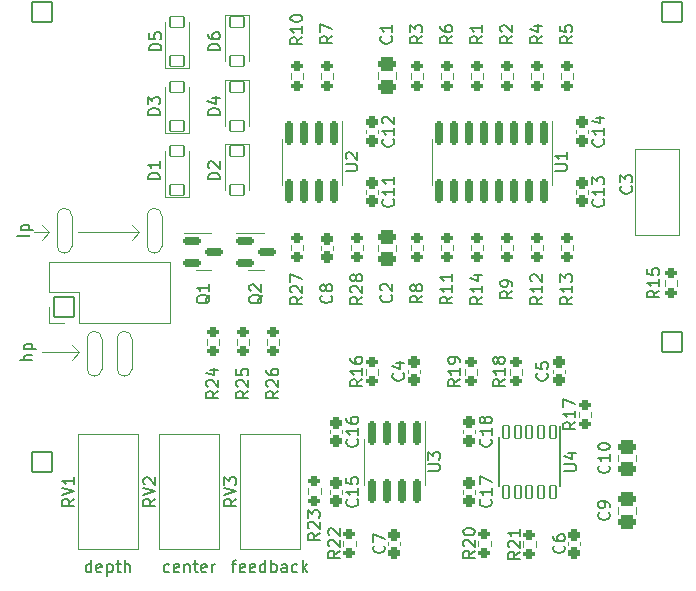
<source format=gbr>
%TF.GenerationSoftware,KiCad,Pcbnew,6.0.7-f9a2dced07~116~ubuntu22.04.1*%
%TF.CreationDate,2022-07-29T20:00:08-04:00*%
%TF.ProjectId,late_MS20_VCF_plug_in_board,6c617465-5f4d-4533-9230-5f5643465f70,0.1*%
%TF.SameCoordinates,Original*%
%TF.FileFunction,Legend,Top*%
%TF.FilePolarity,Positive*%
%FSLAX46Y46*%
G04 Gerber Fmt 4.6, Leading zero omitted, Abs format (unit mm)*
G04 Created by KiCad (PCBNEW 6.0.7-f9a2dced07~116~ubuntu22.04.1) date 2022-07-29 20:00:08*
%MOMM*%
%LPD*%
G01*
G04 APERTURE LIST*
G04 Aperture macros list*
%AMRoundRect*
0 Rectangle with rounded corners*
0 $1 Rounding radius*
0 $2 $3 $4 $5 $6 $7 $8 $9 X,Y pos of 4 corners*
0 Add a 4 corners polygon primitive as box body*
4,1,4,$2,$3,$4,$5,$6,$7,$8,$9,$2,$3,0*
0 Add four circle primitives for the rounded corners*
1,1,$1+$1,$2,$3*
1,1,$1+$1,$4,$5*
1,1,$1+$1,$6,$7*
1,1,$1+$1,$8,$9*
0 Add four rect primitives between the rounded corners*
20,1,$1+$1,$2,$3,$4,$5,0*
20,1,$1+$1,$4,$5,$6,$7,0*
20,1,$1+$1,$6,$7,$8,$9,0*
20,1,$1+$1,$8,$9,$2,$3,0*%
G04 Aperture macros list end*
%ADD10C,0.120000*%
%ADD11C,0.150000*%
%ADD12RoundRect,0.201000X-0.150000X0.825000X-0.150000X-0.825000X0.150000X-0.825000X0.150000X0.825000X0*%
%ADD13RoundRect,0.276000X-0.250000X0.225000X-0.250000X-0.225000X0.250000X-0.225000X0.250000X0.225000X0*%
%ADD14RoundRect,0.276000X0.250000X-0.225000X0.250000X0.225000X-0.250000X0.225000X-0.250000X-0.225000X0*%
%ADD15RoundRect,0.251000X0.275000X-0.200000X0.275000X0.200000X-0.275000X0.200000X-0.275000X-0.200000X0*%
%ADD16C,1.542000*%
%ADD17RoundRect,0.201000X-0.587500X-0.150000X0.587500X-0.150000X0.587500X0.150000X-0.587500X0.150000X0*%
%ADD18RoundRect,0.251000X-0.275000X0.200000X-0.275000X-0.200000X0.275000X-0.200000X0.275000X0.200000X0*%
%ADD19RoundRect,0.051000X0.600000X-0.450000X0.600000X0.450000X-0.600000X0.450000X-0.600000X-0.450000X0*%
%ADD20RoundRect,0.301000X-0.475000X0.250000X-0.475000X-0.250000X0.475000X-0.250000X0.475000X0.250000X0*%
%ADD21RoundRect,0.301000X0.475000X-0.250000X0.475000X0.250000X-0.475000X0.250000X-0.475000X-0.250000X0*%
%ADD22C,1.702000*%
%ADD23RoundRect,0.051000X0.850000X-0.850000X0.850000X0.850000X-0.850000X0.850000X-0.850000X-0.850000X0*%
%ADD24O,1.802000X1.802000*%
%ADD25RoundRect,0.051000X-0.600000X0.450000X-0.600000X-0.450000X0.600000X-0.450000X0.600000X0.450000X0*%
%ADD26RoundRect,0.051000X-0.255000X0.550000X-0.255000X-0.550000X0.255000X-0.550000X0.255000X0.550000X0*%
%ADD27RoundRect,0.051000X0.850000X0.850000X-0.850000X0.850000X-0.850000X-0.850000X0.850000X-0.850000X0*%
%ADD28C,1.102000*%
%ADD29C,0.902000*%
G04 APERTURE END LIST*
D10*
X96520000Y-88392000D02*
X96520000Y-85852000D01*
X104140000Y-85852000D02*
G75*
G03*
X102870000Y-85852000I-635000J0D01*
G01*
X101600000Y-98806000D02*
X101600000Y-96266000D01*
X100330000Y-98806000D02*
X100330000Y-96266000D01*
X101600000Y-96266000D02*
G75*
G03*
X100330000Y-96266000I-635000J0D01*
G01*
X102235000Y-87249000D02*
X101600000Y-87884000D01*
X97155000Y-97409000D02*
X96520000Y-96774000D01*
X102870000Y-88392000D02*
G75*
G03*
X104140000Y-88392000I635000J0D01*
G01*
X94615000Y-87249000D02*
X93980000Y-86614000D01*
X95250000Y-88392000D02*
G75*
G03*
X96520000Y-88392000I635000J0D01*
G01*
X96520000Y-85852000D02*
G75*
G03*
X95250000Y-85852000I-635000J0D01*
G01*
X94615000Y-87249000D02*
X93980000Y-87884000D01*
X100330000Y-98806000D02*
G75*
G03*
X101600000Y-98806000I635000J0D01*
G01*
X102235000Y-87249000D02*
X101600000Y-86614000D01*
X97790000Y-98806000D02*
X97790000Y-96266000D01*
X97155000Y-97409000D02*
X96520000Y-98044000D01*
X93980000Y-97409000D02*
X97155000Y-97409000D01*
X97790000Y-98806000D02*
G75*
G03*
X99060000Y-98806000I635000J0D01*
G01*
X99060000Y-96266000D02*
G75*
G03*
X97790000Y-96266000I-635000J0D01*
G01*
X95250000Y-88392000D02*
X95250000Y-85852000D01*
X102870000Y-88392000D02*
X102870000Y-85852000D01*
X93345000Y-87249000D02*
X94615000Y-87249000D01*
X97028000Y-87249000D02*
X102235000Y-87249000D01*
X104140000Y-88392000D02*
X104140000Y-85852000D01*
X99060000Y-98806000D02*
X99060000Y-96266000D01*
D11*
X92908380Y-87455333D02*
X92860761Y-87550571D01*
X92765523Y-87598190D01*
X91908380Y-87598190D01*
X92241714Y-87074380D02*
X93241714Y-87074380D01*
X92289333Y-87074380D02*
X92241714Y-86979142D01*
X92241714Y-86788666D01*
X92289333Y-86693428D01*
X92336952Y-86645809D01*
X92432190Y-86598190D01*
X92717904Y-86598190D01*
X92813142Y-86645809D01*
X92860761Y-86693428D01*
X92908380Y-86788666D01*
X92908380Y-86979142D01*
X92860761Y-87074380D01*
X104759333Y-115974761D02*
X104664095Y-116022380D01*
X104473619Y-116022380D01*
X104378380Y-115974761D01*
X104330761Y-115927142D01*
X104283142Y-115831904D01*
X104283142Y-115546190D01*
X104330761Y-115450952D01*
X104378380Y-115403333D01*
X104473619Y-115355714D01*
X104664095Y-115355714D01*
X104759333Y-115403333D01*
X105568857Y-115974761D02*
X105473619Y-116022380D01*
X105283142Y-116022380D01*
X105187904Y-115974761D01*
X105140285Y-115879523D01*
X105140285Y-115498571D01*
X105187904Y-115403333D01*
X105283142Y-115355714D01*
X105473619Y-115355714D01*
X105568857Y-115403333D01*
X105616476Y-115498571D01*
X105616476Y-115593809D01*
X105140285Y-115689047D01*
X106045047Y-115355714D02*
X106045047Y-116022380D01*
X106045047Y-115450952D02*
X106092666Y-115403333D01*
X106187904Y-115355714D01*
X106330761Y-115355714D01*
X106426000Y-115403333D01*
X106473619Y-115498571D01*
X106473619Y-116022380D01*
X106806952Y-115355714D02*
X107187904Y-115355714D01*
X106949809Y-115022380D02*
X106949809Y-115879523D01*
X106997428Y-115974761D01*
X107092666Y-116022380D01*
X107187904Y-116022380D01*
X107902190Y-115974761D02*
X107806952Y-116022380D01*
X107616476Y-116022380D01*
X107521238Y-115974761D01*
X107473619Y-115879523D01*
X107473619Y-115498571D01*
X107521238Y-115403333D01*
X107616476Y-115355714D01*
X107806952Y-115355714D01*
X107902190Y-115403333D01*
X107949809Y-115498571D01*
X107949809Y-115593809D01*
X107473619Y-115689047D01*
X108378380Y-116022380D02*
X108378380Y-115355714D01*
X108378380Y-115546190D02*
X108426000Y-115450952D01*
X108473619Y-115403333D01*
X108568857Y-115355714D01*
X108664095Y-115355714D01*
X98163238Y-116022380D02*
X98163238Y-115022380D01*
X98163238Y-115974761D02*
X98068000Y-116022380D01*
X97877523Y-116022380D01*
X97782285Y-115974761D01*
X97734666Y-115927142D01*
X97687047Y-115831904D01*
X97687047Y-115546190D01*
X97734666Y-115450952D01*
X97782285Y-115403333D01*
X97877523Y-115355714D01*
X98068000Y-115355714D01*
X98163238Y-115403333D01*
X99020380Y-115974761D02*
X98925142Y-116022380D01*
X98734666Y-116022380D01*
X98639428Y-115974761D01*
X98591809Y-115879523D01*
X98591809Y-115498571D01*
X98639428Y-115403333D01*
X98734666Y-115355714D01*
X98925142Y-115355714D01*
X99020380Y-115403333D01*
X99068000Y-115498571D01*
X99068000Y-115593809D01*
X98591809Y-115689047D01*
X99496571Y-115355714D02*
X99496571Y-116355714D01*
X99496571Y-115403333D02*
X99591809Y-115355714D01*
X99782285Y-115355714D01*
X99877523Y-115403333D01*
X99925142Y-115450952D01*
X99972761Y-115546190D01*
X99972761Y-115831904D01*
X99925142Y-115927142D01*
X99877523Y-115974761D01*
X99782285Y-116022380D01*
X99591809Y-116022380D01*
X99496571Y-115974761D01*
X100258476Y-115355714D02*
X100639428Y-115355714D01*
X100401333Y-115022380D02*
X100401333Y-115879523D01*
X100448952Y-115974761D01*
X100544190Y-116022380D01*
X100639428Y-116022380D01*
X100972761Y-116022380D02*
X100972761Y-115022380D01*
X101401333Y-116022380D02*
X101401333Y-115498571D01*
X101353714Y-115403333D01*
X101258476Y-115355714D01*
X101115619Y-115355714D01*
X101020380Y-115403333D01*
X100972761Y-115450952D01*
X93162380Y-98075666D02*
X92162380Y-98075666D01*
X93162380Y-97647095D02*
X92638571Y-97647095D01*
X92543333Y-97694714D01*
X92495714Y-97789952D01*
X92495714Y-97932809D01*
X92543333Y-98028047D01*
X92590952Y-98075666D01*
X92495714Y-97170904D02*
X93495714Y-97170904D01*
X92543333Y-97170904D02*
X92495714Y-97075666D01*
X92495714Y-96885190D01*
X92543333Y-96789952D01*
X92590952Y-96742333D01*
X92686190Y-96694714D01*
X92971904Y-96694714D01*
X93067142Y-96742333D01*
X93114761Y-96789952D01*
X93162380Y-96885190D01*
X93162380Y-97075666D01*
X93114761Y-97170904D01*
X110045904Y-115355714D02*
X110426857Y-115355714D01*
X110188761Y-116022380D02*
X110188761Y-115165238D01*
X110236380Y-115070000D01*
X110331619Y-115022380D01*
X110426857Y-115022380D01*
X111141142Y-115974761D02*
X111045904Y-116022380D01*
X110855428Y-116022380D01*
X110760190Y-115974761D01*
X110712571Y-115879523D01*
X110712571Y-115498571D01*
X110760190Y-115403333D01*
X110855428Y-115355714D01*
X111045904Y-115355714D01*
X111141142Y-115403333D01*
X111188761Y-115498571D01*
X111188761Y-115593809D01*
X110712571Y-115689047D01*
X111998285Y-115974761D02*
X111903047Y-116022380D01*
X111712571Y-116022380D01*
X111617333Y-115974761D01*
X111569714Y-115879523D01*
X111569714Y-115498571D01*
X111617333Y-115403333D01*
X111712571Y-115355714D01*
X111903047Y-115355714D01*
X111998285Y-115403333D01*
X112045904Y-115498571D01*
X112045904Y-115593809D01*
X111569714Y-115689047D01*
X112903047Y-116022380D02*
X112903047Y-115022380D01*
X112903047Y-115974761D02*
X112807809Y-116022380D01*
X112617333Y-116022380D01*
X112522095Y-115974761D01*
X112474476Y-115927142D01*
X112426857Y-115831904D01*
X112426857Y-115546190D01*
X112474476Y-115450952D01*
X112522095Y-115403333D01*
X112617333Y-115355714D01*
X112807809Y-115355714D01*
X112903047Y-115403333D01*
X113379238Y-116022380D02*
X113379238Y-115022380D01*
X113379238Y-115403333D02*
X113474476Y-115355714D01*
X113664952Y-115355714D01*
X113760190Y-115403333D01*
X113807809Y-115450952D01*
X113855428Y-115546190D01*
X113855428Y-115831904D01*
X113807809Y-115927142D01*
X113760190Y-115974761D01*
X113664952Y-116022380D01*
X113474476Y-116022380D01*
X113379238Y-115974761D01*
X114712571Y-116022380D02*
X114712571Y-115498571D01*
X114664952Y-115403333D01*
X114569714Y-115355714D01*
X114379238Y-115355714D01*
X114284000Y-115403333D01*
X114712571Y-115974761D02*
X114617333Y-116022380D01*
X114379238Y-116022380D01*
X114284000Y-115974761D01*
X114236380Y-115879523D01*
X114236380Y-115784285D01*
X114284000Y-115689047D01*
X114379238Y-115641428D01*
X114617333Y-115641428D01*
X114712571Y-115593809D01*
X115617333Y-115974761D02*
X115522095Y-116022380D01*
X115331619Y-116022380D01*
X115236380Y-115974761D01*
X115188761Y-115927142D01*
X115141142Y-115831904D01*
X115141142Y-115546190D01*
X115188761Y-115450952D01*
X115236380Y-115403333D01*
X115331619Y-115355714D01*
X115522095Y-115355714D01*
X115617333Y-115403333D01*
X116045904Y-116022380D02*
X116045904Y-115022380D01*
X116141142Y-115641428D02*
X116426857Y-116022380D01*
X116426857Y-115355714D02*
X116045904Y-115736666D01*
%TO.C,U1*%
X137432380Y-82041904D02*
X138241904Y-82041904D01*
X138337142Y-81994285D01*
X138384761Y-81946666D01*
X138432380Y-81851428D01*
X138432380Y-81660952D01*
X138384761Y-81565714D01*
X138337142Y-81518095D01*
X138241904Y-81470476D01*
X137432380Y-81470476D01*
X138432380Y-80470476D02*
X138432380Y-81041904D01*
X138432380Y-80756190D02*
X137432380Y-80756190D01*
X137575238Y-80851428D01*
X137670476Y-80946666D01*
X137718095Y-81041904D01*
%TO.C,C18*%
X131962142Y-104769857D02*
X132009761Y-104817476D01*
X132057380Y-104960333D01*
X132057380Y-105055571D01*
X132009761Y-105198428D01*
X131914523Y-105293666D01*
X131819285Y-105341285D01*
X131628809Y-105388904D01*
X131485952Y-105388904D01*
X131295476Y-105341285D01*
X131200238Y-105293666D01*
X131105000Y-105198428D01*
X131057380Y-105055571D01*
X131057380Y-104960333D01*
X131105000Y-104817476D01*
X131152619Y-104769857D01*
X132057380Y-103817476D02*
X132057380Y-104388904D01*
X132057380Y-104103190D02*
X131057380Y-104103190D01*
X131200238Y-104198428D01*
X131295476Y-104293666D01*
X131343095Y-104388904D01*
X131485952Y-103246047D02*
X131438333Y-103341285D01*
X131390714Y-103388904D01*
X131295476Y-103436523D01*
X131247857Y-103436523D01*
X131152619Y-103388904D01*
X131105000Y-103341285D01*
X131057380Y-103246047D01*
X131057380Y-103055571D01*
X131105000Y-102960333D01*
X131152619Y-102912714D01*
X131247857Y-102865095D01*
X131295476Y-102865095D01*
X131390714Y-102912714D01*
X131438333Y-102960333D01*
X131485952Y-103055571D01*
X131485952Y-103246047D01*
X131533571Y-103341285D01*
X131581190Y-103388904D01*
X131676428Y-103436523D01*
X131866904Y-103436523D01*
X131962142Y-103388904D01*
X132009761Y-103341285D01*
X132057380Y-103246047D01*
X132057380Y-103055571D01*
X132009761Y-102960333D01*
X131962142Y-102912714D01*
X131866904Y-102865095D01*
X131676428Y-102865095D01*
X131581190Y-102912714D01*
X131533571Y-102960333D01*
X131485952Y-103055571D01*
%TO.C,C8*%
X118467142Y-92622666D02*
X118514761Y-92670285D01*
X118562380Y-92813142D01*
X118562380Y-92908380D01*
X118514761Y-93051238D01*
X118419523Y-93146476D01*
X118324285Y-93194095D01*
X118133809Y-93241714D01*
X117990952Y-93241714D01*
X117800476Y-93194095D01*
X117705238Y-93146476D01*
X117610000Y-93051238D01*
X117562380Y-92908380D01*
X117562380Y-92813142D01*
X117610000Y-92670285D01*
X117657619Y-92622666D01*
X117990952Y-92051238D02*
X117943333Y-92146476D01*
X117895714Y-92194095D01*
X117800476Y-92241714D01*
X117752857Y-92241714D01*
X117657619Y-92194095D01*
X117610000Y-92146476D01*
X117562380Y-92051238D01*
X117562380Y-91860761D01*
X117610000Y-91765523D01*
X117657619Y-91717904D01*
X117752857Y-91670285D01*
X117800476Y-91670285D01*
X117895714Y-91717904D01*
X117943333Y-91765523D01*
X117990952Y-91860761D01*
X117990952Y-92051238D01*
X118038571Y-92146476D01*
X118086190Y-92194095D01*
X118181428Y-92241714D01*
X118371904Y-92241714D01*
X118467142Y-92194095D01*
X118514761Y-92146476D01*
X118562380Y-92051238D01*
X118562380Y-91860761D01*
X118514761Y-91765523D01*
X118467142Y-91717904D01*
X118371904Y-91670285D01*
X118181428Y-91670285D01*
X118086190Y-91717904D01*
X118038571Y-91765523D01*
X117990952Y-91860761D01*
%TO.C,R2*%
X133802380Y-70651666D02*
X133326190Y-70985000D01*
X133802380Y-71223095D02*
X132802380Y-71223095D01*
X132802380Y-70842142D01*
X132850000Y-70746904D01*
X132897619Y-70699285D01*
X132992857Y-70651666D01*
X133135714Y-70651666D01*
X133230952Y-70699285D01*
X133278571Y-70746904D01*
X133326190Y-70842142D01*
X133326190Y-71223095D01*
X132897619Y-70270714D02*
X132850000Y-70223095D01*
X132802380Y-70127857D01*
X132802380Y-69889761D01*
X132850000Y-69794523D01*
X132897619Y-69746904D01*
X132992857Y-69699285D01*
X133088095Y-69699285D01*
X133230952Y-69746904D01*
X133802380Y-70318333D01*
X133802380Y-69699285D01*
%TO.C,U3*%
X126677380Y-107441904D02*
X127486904Y-107441904D01*
X127582142Y-107394285D01*
X127629761Y-107346666D01*
X127677380Y-107251428D01*
X127677380Y-107060952D01*
X127629761Y-106965714D01*
X127582142Y-106918095D01*
X127486904Y-106870476D01*
X126677380Y-106870476D01*
X126677380Y-106489523D02*
X126677380Y-105870476D01*
X127058333Y-106203809D01*
X127058333Y-106060952D01*
X127105952Y-105965714D01*
X127153571Y-105918095D01*
X127248809Y-105870476D01*
X127486904Y-105870476D01*
X127582142Y-105918095D01*
X127629761Y-105965714D01*
X127677380Y-106060952D01*
X127677380Y-106346666D01*
X127629761Y-106441904D01*
X127582142Y-106489523D01*
%TO.C,C12*%
X123707142Y-79369857D02*
X123754761Y-79417476D01*
X123802380Y-79560333D01*
X123802380Y-79655571D01*
X123754761Y-79798428D01*
X123659523Y-79893666D01*
X123564285Y-79941285D01*
X123373809Y-79988904D01*
X123230952Y-79988904D01*
X123040476Y-79941285D01*
X122945238Y-79893666D01*
X122850000Y-79798428D01*
X122802380Y-79655571D01*
X122802380Y-79560333D01*
X122850000Y-79417476D01*
X122897619Y-79369857D01*
X123802380Y-78417476D02*
X123802380Y-78988904D01*
X123802380Y-78703190D02*
X122802380Y-78703190D01*
X122945238Y-78798428D01*
X123040476Y-78893666D01*
X123088095Y-78988904D01*
X122897619Y-78036523D02*
X122850000Y-77988904D01*
X122802380Y-77893666D01*
X122802380Y-77655571D01*
X122850000Y-77560333D01*
X122897619Y-77512714D01*
X122992857Y-77465095D01*
X123088095Y-77465095D01*
X123230952Y-77512714D01*
X123802380Y-78084142D01*
X123802380Y-77465095D01*
%TO.C,RV2*%
X103576380Y-109815238D02*
X103100190Y-110148571D01*
X103576380Y-110386666D02*
X102576380Y-110386666D01*
X102576380Y-110005714D01*
X102624000Y-109910476D01*
X102671619Y-109862857D01*
X102766857Y-109815238D01*
X102909714Y-109815238D01*
X103004952Y-109862857D01*
X103052571Y-109910476D01*
X103100190Y-110005714D01*
X103100190Y-110386666D01*
X102576380Y-109529523D02*
X103576380Y-109196190D01*
X102576380Y-108862857D01*
X102671619Y-108577142D02*
X102624000Y-108529523D01*
X102576380Y-108434285D01*
X102576380Y-108196190D01*
X102624000Y-108100952D01*
X102671619Y-108053333D01*
X102766857Y-108005714D01*
X102862095Y-108005714D01*
X103004952Y-108053333D01*
X103576380Y-108624761D01*
X103576380Y-108005714D01*
%TO.C,Q2*%
X112640119Y-92551238D02*
X112592500Y-92646476D01*
X112497261Y-92741714D01*
X112354404Y-92884571D01*
X112306785Y-92979809D01*
X112306785Y-93075047D01*
X112544880Y-93027428D02*
X112497261Y-93122666D01*
X112402023Y-93217904D01*
X112211547Y-93265523D01*
X111878214Y-93265523D01*
X111687738Y-93217904D01*
X111592500Y-93122666D01*
X111544880Y-93027428D01*
X111544880Y-92836952D01*
X111592500Y-92741714D01*
X111687738Y-92646476D01*
X111878214Y-92598857D01*
X112211547Y-92598857D01*
X112402023Y-92646476D01*
X112497261Y-92741714D01*
X112544880Y-92836952D01*
X112544880Y-93027428D01*
X111640119Y-92217904D02*
X111592500Y-92170285D01*
X111544880Y-92075047D01*
X111544880Y-91836952D01*
X111592500Y-91741714D01*
X111640119Y-91694095D01*
X111735357Y-91646476D01*
X111830595Y-91646476D01*
X111973452Y-91694095D01*
X112544880Y-92265523D01*
X112544880Y-91646476D01*
%TO.C,R23*%
X117495580Y-112707657D02*
X117019390Y-113040990D01*
X117495580Y-113279085D02*
X116495580Y-113279085D01*
X116495580Y-112898133D01*
X116543200Y-112802895D01*
X116590819Y-112755276D01*
X116686057Y-112707657D01*
X116828914Y-112707657D01*
X116924152Y-112755276D01*
X116971771Y-112802895D01*
X117019390Y-112898133D01*
X117019390Y-113279085D01*
X116590819Y-112326704D02*
X116543200Y-112279085D01*
X116495580Y-112183847D01*
X116495580Y-111945752D01*
X116543200Y-111850514D01*
X116590819Y-111802895D01*
X116686057Y-111755276D01*
X116781295Y-111755276D01*
X116924152Y-111802895D01*
X117495580Y-112374323D01*
X117495580Y-111755276D01*
X116495580Y-111421942D02*
X116495580Y-110802895D01*
X116876533Y-111136228D01*
X116876533Y-110993371D01*
X116924152Y-110898133D01*
X116971771Y-110850514D01*
X117067009Y-110802895D01*
X117305104Y-110802895D01*
X117400342Y-110850514D01*
X117447961Y-110898133D01*
X117495580Y-110993371D01*
X117495580Y-111279085D01*
X117447961Y-111374323D01*
X117400342Y-111421942D01*
%TO.C,R12*%
X136342380Y-92717857D02*
X135866190Y-93051190D01*
X136342380Y-93289285D02*
X135342380Y-93289285D01*
X135342380Y-92908333D01*
X135390000Y-92813095D01*
X135437619Y-92765476D01*
X135532857Y-92717857D01*
X135675714Y-92717857D01*
X135770952Y-92765476D01*
X135818571Y-92813095D01*
X135866190Y-92908333D01*
X135866190Y-93289285D01*
X136342380Y-91765476D02*
X136342380Y-92336904D01*
X136342380Y-92051190D02*
X135342380Y-92051190D01*
X135485238Y-92146428D01*
X135580476Y-92241666D01*
X135628095Y-92336904D01*
X135437619Y-91384523D02*
X135390000Y-91336904D01*
X135342380Y-91241666D01*
X135342380Y-91003571D01*
X135390000Y-90908333D01*
X135437619Y-90860714D01*
X135532857Y-90813095D01*
X135628095Y-90813095D01*
X135770952Y-90860714D01*
X136342380Y-91432142D01*
X136342380Y-90813095D01*
%TO.C,R20*%
X130627380Y-114227857D02*
X130151190Y-114561190D01*
X130627380Y-114799285D02*
X129627380Y-114799285D01*
X129627380Y-114418333D01*
X129675000Y-114323095D01*
X129722619Y-114275476D01*
X129817857Y-114227857D01*
X129960714Y-114227857D01*
X130055952Y-114275476D01*
X130103571Y-114323095D01*
X130151190Y-114418333D01*
X130151190Y-114799285D01*
X129722619Y-113846904D02*
X129675000Y-113799285D01*
X129627380Y-113704047D01*
X129627380Y-113465952D01*
X129675000Y-113370714D01*
X129722619Y-113323095D01*
X129817857Y-113275476D01*
X129913095Y-113275476D01*
X130055952Y-113323095D01*
X130627380Y-113894523D01*
X130627380Y-113275476D01*
X129627380Y-112656428D02*
X129627380Y-112561190D01*
X129675000Y-112465952D01*
X129722619Y-112418333D01*
X129817857Y-112370714D01*
X130008333Y-112323095D01*
X130246428Y-112323095D01*
X130436904Y-112370714D01*
X130532142Y-112418333D01*
X130579761Y-112465952D01*
X130627380Y-112561190D01*
X130627380Y-112656428D01*
X130579761Y-112751666D01*
X130532142Y-112799285D01*
X130436904Y-112846904D01*
X130246428Y-112894523D01*
X130008333Y-112894523D01*
X129817857Y-112846904D01*
X129722619Y-112799285D01*
X129675000Y-112751666D01*
X129627380Y-112656428D01*
%TO.C,R6*%
X128722380Y-70651666D02*
X128246190Y-70985000D01*
X128722380Y-71223095D02*
X127722380Y-71223095D01*
X127722380Y-70842142D01*
X127770000Y-70746904D01*
X127817619Y-70699285D01*
X127912857Y-70651666D01*
X128055714Y-70651666D01*
X128150952Y-70699285D01*
X128198571Y-70746904D01*
X128246190Y-70842142D01*
X128246190Y-71223095D01*
X127722380Y-69794523D02*
X127722380Y-69985000D01*
X127770000Y-70080238D01*
X127817619Y-70127857D01*
X127960476Y-70223095D01*
X128150952Y-70270714D01*
X128531904Y-70270714D01*
X128627142Y-70223095D01*
X128674761Y-70175476D01*
X128722380Y-70080238D01*
X128722380Y-69889761D01*
X128674761Y-69794523D01*
X128627142Y-69746904D01*
X128531904Y-69699285D01*
X128293809Y-69699285D01*
X128198571Y-69746904D01*
X128150952Y-69794523D01*
X128103333Y-69889761D01*
X128103333Y-70080238D01*
X128150952Y-70175476D01*
X128198571Y-70223095D01*
X128293809Y-70270714D01*
%TO.C,C13*%
X141487142Y-84475857D02*
X141534761Y-84523476D01*
X141582380Y-84666333D01*
X141582380Y-84761571D01*
X141534761Y-84904428D01*
X141439523Y-84999666D01*
X141344285Y-85047285D01*
X141153809Y-85094904D01*
X141010952Y-85094904D01*
X140820476Y-85047285D01*
X140725238Y-84999666D01*
X140630000Y-84904428D01*
X140582380Y-84761571D01*
X140582380Y-84666333D01*
X140630000Y-84523476D01*
X140677619Y-84475857D01*
X141582380Y-83523476D02*
X141582380Y-84094904D01*
X141582380Y-83809190D02*
X140582380Y-83809190D01*
X140725238Y-83904428D01*
X140820476Y-83999666D01*
X140868095Y-84094904D01*
X140582380Y-83190142D02*
X140582380Y-82571095D01*
X140963333Y-82904428D01*
X140963333Y-82761571D01*
X141010952Y-82666333D01*
X141058571Y-82618714D01*
X141153809Y-82571095D01*
X141391904Y-82571095D01*
X141487142Y-82618714D01*
X141534761Y-82666333D01*
X141582380Y-82761571D01*
X141582380Y-83047285D01*
X141534761Y-83142523D01*
X141487142Y-83190142D01*
%TO.C,D1*%
X103957380Y-82780095D02*
X102957380Y-82780095D01*
X102957380Y-82542000D01*
X103005000Y-82399142D01*
X103100238Y-82303904D01*
X103195476Y-82256285D01*
X103385952Y-82208666D01*
X103528809Y-82208666D01*
X103719285Y-82256285D01*
X103814523Y-82303904D01*
X103909761Y-82399142D01*
X103957380Y-82542000D01*
X103957380Y-82780095D01*
X103957380Y-81256285D02*
X103957380Y-81827714D01*
X103957380Y-81542000D02*
X102957380Y-81542000D01*
X103100238Y-81637238D01*
X103195476Y-81732476D01*
X103243095Y-81827714D01*
%TO.C,R1*%
X131262380Y-70651666D02*
X130786190Y-70985000D01*
X131262380Y-71223095D02*
X130262380Y-71223095D01*
X130262380Y-70842142D01*
X130310000Y-70746904D01*
X130357619Y-70699285D01*
X130452857Y-70651666D01*
X130595714Y-70651666D01*
X130690952Y-70699285D01*
X130738571Y-70746904D01*
X130786190Y-70842142D01*
X130786190Y-71223095D01*
X131262380Y-69699285D02*
X131262380Y-70270714D01*
X131262380Y-69985000D02*
X130262380Y-69985000D01*
X130405238Y-70080238D01*
X130500476Y-70175476D01*
X130548095Y-70270714D01*
%TO.C,R18*%
X133167380Y-99702857D02*
X132691190Y-100036190D01*
X133167380Y-100274285D02*
X132167380Y-100274285D01*
X132167380Y-99893333D01*
X132215000Y-99798095D01*
X132262619Y-99750476D01*
X132357857Y-99702857D01*
X132500714Y-99702857D01*
X132595952Y-99750476D01*
X132643571Y-99798095D01*
X132691190Y-99893333D01*
X132691190Y-100274285D01*
X133167380Y-98750476D02*
X133167380Y-99321904D01*
X133167380Y-99036190D02*
X132167380Y-99036190D01*
X132310238Y-99131428D01*
X132405476Y-99226666D01*
X132453095Y-99321904D01*
X132595952Y-98179047D02*
X132548333Y-98274285D01*
X132500714Y-98321904D01*
X132405476Y-98369523D01*
X132357857Y-98369523D01*
X132262619Y-98321904D01*
X132215000Y-98274285D01*
X132167380Y-98179047D01*
X132167380Y-97988571D01*
X132215000Y-97893333D01*
X132262619Y-97845714D01*
X132357857Y-97798095D01*
X132405476Y-97798095D01*
X132500714Y-97845714D01*
X132548333Y-97893333D01*
X132595952Y-97988571D01*
X132595952Y-98179047D01*
X132643571Y-98274285D01*
X132691190Y-98321904D01*
X132786428Y-98369523D01*
X132976904Y-98369523D01*
X133072142Y-98321904D01*
X133119761Y-98274285D01*
X133167380Y-98179047D01*
X133167380Y-97988571D01*
X133119761Y-97893333D01*
X133072142Y-97845714D01*
X132976904Y-97798095D01*
X132786428Y-97798095D01*
X132691190Y-97845714D01*
X132643571Y-97893333D01*
X132595952Y-97988571D01*
%TO.C,C9*%
X141962142Y-110971666D02*
X142009761Y-111019285D01*
X142057380Y-111162142D01*
X142057380Y-111257380D01*
X142009761Y-111400238D01*
X141914523Y-111495476D01*
X141819285Y-111543095D01*
X141628809Y-111590714D01*
X141485952Y-111590714D01*
X141295476Y-111543095D01*
X141200238Y-111495476D01*
X141105000Y-111400238D01*
X141057380Y-111257380D01*
X141057380Y-111162142D01*
X141105000Y-111019285D01*
X141152619Y-110971666D01*
X142057380Y-110495476D02*
X142057380Y-110305000D01*
X142009761Y-110209761D01*
X141962142Y-110162142D01*
X141819285Y-110066904D01*
X141628809Y-110019285D01*
X141247857Y-110019285D01*
X141152619Y-110066904D01*
X141105000Y-110114523D01*
X141057380Y-110209761D01*
X141057380Y-110400238D01*
X141105000Y-110495476D01*
X141152619Y-110543095D01*
X141247857Y-110590714D01*
X141485952Y-110590714D01*
X141581190Y-110543095D01*
X141628809Y-110495476D01*
X141676428Y-110400238D01*
X141676428Y-110209761D01*
X141628809Y-110114523D01*
X141581190Y-110066904D01*
X141485952Y-110019285D01*
%TO.C,C7*%
X122912142Y-113789166D02*
X122959761Y-113836785D01*
X123007380Y-113979642D01*
X123007380Y-114074880D01*
X122959761Y-114217738D01*
X122864523Y-114312976D01*
X122769285Y-114360595D01*
X122578809Y-114408214D01*
X122435952Y-114408214D01*
X122245476Y-114360595D01*
X122150238Y-114312976D01*
X122055000Y-114217738D01*
X122007380Y-114074880D01*
X122007380Y-113979642D01*
X122055000Y-113836785D01*
X122102619Y-113789166D01*
X122007380Y-113455833D02*
X122007380Y-112789166D01*
X123007380Y-113217738D01*
%TO.C,R15*%
X146240780Y-92184457D02*
X145764590Y-92517790D01*
X146240780Y-92755885D02*
X145240780Y-92755885D01*
X145240780Y-92374933D01*
X145288400Y-92279695D01*
X145336019Y-92232076D01*
X145431257Y-92184457D01*
X145574114Y-92184457D01*
X145669352Y-92232076D01*
X145716971Y-92279695D01*
X145764590Y-92374933D01*
X145764590Y-92755885D01*
X146240780Y-91232076D02*
X146240780Y-91803504D01*
X146240780Y-91517790D02*
X145240780Y-91517790D01*
X145383638Y-91613028D01*
X145478876Y-91708266D01*
X145526495Y-91803504D01*
X145240780Y-90327314D02*
X145240780Y-90803504D01*
X145716971Y-90851123D01*
X145669352Y-90803504D01*
X145621733Y-90708266D01*
X145621733Y-90470171D01*
X145669352Y-90374933D01*
X145716971Y-90327314D01*
X145812209Y-90279695D01*
X146050304Y-90279695D01*
X146145542Y-90327314D01*
X146193161Y-90374933D01*
X146240780Y-90470171D01*
X146240780Y-90708266D01*
X146193161Y-90803504D01*
X146145542Y-90851123D01*
%TO.C,C15*%
X120659142Y-109875857D02*
X120706761Y-109923476D01*
X120754380Y-110066333D01*
X120754380Y-110161571D01*
X120706761Y-110304428D01*
X120611523Y-110399666D01*
X120516285Y-110447285D01*
X120325809Y-110494904D01*
X120182952Y-110494904D01*
X119992476Y-110447285D01*
X119897238Y-110399666D01*
X119802000Y-110304428D01*
X119754380Y-110161571D01*
X119754380Y-110066333D01*
X119802000Y-109923476D01*
X119849619Y-109875857D01*
X120754380Y-108923476D02*
X120754380Y-109494904D01*
X120754380Y-109209190D02*
X119754380Y-109209190D01*
X119897238Y-109304428D01*
X119992476Y-109399666D01*
X120040095Y-109494904D01*
X119754380Y-108018714D02*
X119754380Y-108494904D01*
X120230571Y-108542523D01*
X120182952Y-108494904D01*
X120135333Y-108399666D01*
X120135333Y-108161571D01*
X120182952Y-108066333D01*
X120230571Y-108018714D01*
X120325809Y-107971095D01*
X120563904Y-107971095D01*
X120659142Y-108018714D01*
X120706761Y-108066333D01*
X120754380Y-108161571D01*
X120754380Y-108399666D01*
X120706761Y-108494904D01*
X120659142Y-108542523D01*
%TO.C,C6*%
X138152142Y-113789166D02*
X138199761Y-113836785D01*
X138247380Y-113979642D01*
X138247380Y-114074880D01*
X138199761Y-114217738D01*
X138104523Y-114312976D01*
X138009285Y-114360595D01*
X137818809Y-114408214D01*
X137675952Y-114408214D01*
X137485476Y-114360595D01*
X137390238Y-114312976D01*
X137295000Y-114217738D01*
X137247380Y-114074880D01*
X137247380Y-113979642D01*
X137295000Y-113836785D01*
X137342619Y-113789166D01*
X137247380Y-112932023D02*
X137247380Y-113122500D01*
X137295000Y-113217738D01*
X137342619Y-113265357D01*
X137485476Y-113360595D01*
X137675952Y-113408214D01*
X138056904Y-113408214D01*
X138152142Y-113360595D01*
X138199761Y-113312976D01*
X138247380Y-113217738D01*
X138247380Y-113027261D01*
X138199761Y-112932023D01*
X138152142Y-112884404D01*
X138056904Y-112836785D01*
X137818809Y-112836785D01*
X137723571Y-112884404D01*
X137675952Y-112932023D01*
X137628333Y-113027261D01*
X137628333Y-113217738D01*
X137675952Y-113312976D01*
X137723571Y-113360595D01*
X137818809Y-113408214D01*
%TO.C,C17*%
X131962142Y-109875857D02*
X132009761Y-109923476D01*
X132057380Y-110066333D01*
X132057380Y-110161571D01*
X132009761Y-110304428D01*
X131914523Y-110399666D01*
X131819285Y-110447285D01*
X131628809Y-110494904D01*
X131485952Y-110494904D01*
X131295476Y-110447285D01*
X131200238Y-110399666D01*
X131105000Y-110304428D01*
X131057380Y-110161571D01*
X131057380Y-110066333D01*
X131105000Y-109923476D01*
X131152619Y-109875857D01*
X132057380Y-108923476D02*
X132057380Y-109494904D01*
X132057380Y-109209190D02*
X131057380Y-109209190D01*
X131200238Y-109304428D01*
X131295476Y-109399666D01*
X131343095Y-109494904D01*
X131057380Y-108590142D02*
X131057380Y-107923476D01*
X132057380Y-108352047D01*
%TO.C,RV1*%
X96718380Y-109815238D02*
X96242190Y-110148571D01*
X96718380Y-110386666D02*
X95718380Y-110386666D01*
X95718380Y-110005714D01*
X95766000Y-109910476D01*
X95813619Y-109862857D01*
X95908857Y-109815238D01*
X96051714Y-109815238D01*
X96146952Y-109862857D01*
X96194571Y-109910476D01*
X96242190Y-110005714D01*
X96242190Y-110386666D01*
X95718380Y-109529523D02*
X96718380Y-109196190D01*
X95718380Y-108862857D01*
X96718380Y-108005714D02*
X96718380Y-108577142D01*
X96718380Y-108291428D02*
X95718380Y-108291428D01*
X95861238Y-108386666D01*
X95956476Y-108481904D01*
X96004095Y-108577142D01*
%TO.C,R7*%
X118562380Y-70651666D02*
X118086190Y-70985000D01*
X118562380Y-71223095D02*
X117562380Y-71223095D01*
X117562380Y-70842142D01*
X117610000Y-70746904D01*
X117657619Y-70699285D01*
X117752857Y-70651666D01*
X117895714Y-70651666D01*
X117990952Y-70699285D01*
X118038571Y-70746904D01*
X118086190Y-70842142D01*
X118086190Y-71223095D01*
X117562380Y-70318333D02*
X117562380Y-69651666D01*
X118562380Y-70080238D01*
%TO.C,R28*%
X121102380Y-92717857D02*
X120626190Y-93051190D01*
X121102380Y-93289285D02*
X120102380Y-93289285D01*
X120102380Y-92908333D01*
X120150000Y-92813095D01*
X120197619Y-92765476D01*
X120292857Y-92717857D01*
X120435714Y-92717857D01*
X120530952Y-92765476D01*
X120578571Y-92813095D01*
X120626190Y-92908333D01*
X120626190Y-93289285D01*
X120197619Y-92336904D02*
X120150000Y-92289285D01*
X120102380Y-92194047D01*
X120102380Y-91955952D01*
X120150000Y-91860714D01*
X120197619Y-91813095D01*
X120292857Y-91765476D01*
X120388095Y-91765476D01*
X120530952Y-91813095D01*
X121102380Y-92384523D01*
X121102380Y-91765476D01*
X120530952Y-91194047D02*
X120483333Y-91289285D01*
X120435714Y-91336904D01*
X120340476Y-91384523D01*
X120292857Y-91384523D01*
X120197619Y-91336904D01*
X120150000Y-91289285D01*
X120102380Y-91194047D01*
X120102380Y-91003571D01*
X120150000Y-90908333D01*
X120197619Y-90860714D01*
X120292857Y-90813095D01*
X120340476Y-90813095D01*
X120435714Y-90860714D01*
X120483333Y-90908333D01*
X120530952Y-91003571D01*
X120530952Y-91194047D01*
X120578571Y-91289285D01*
X120626190Y-91336904D01*
X120721428Y-91384523D01*
X120911904Y-91384523D01*
X121007142Y-91336904D01*
X121054761Y-91289285D01*
X121102380Y-91194047D01*
X121102380Y-91003571D01*
X121054761Y-90908333D01*
X121007142Y-90860714D01*
X120911904Y-90813095D01*
X120721428Y-90813095D01*
X120626190Y-90860714D01*
X120578571Y-90908333D01*
X120530952Y-91003571D01*
%TO.C,C16*%
X120659142Y-104782857D02*
X120706761Y-104830476D01*
X120754380Y-104973333D01*
X120754380Y-105068571D01*
X120706761Y-105211428D01*
X120611523Y-105306666D01*
X120516285Y-105354285D01*
X120325809Y-105401904D01*
X120182952Y-105401904D01*
X119992476Y-105354285D01*
X119897238Y-105306666D01*
X119802000Y-105211428D01*
X119754380Y-105068571D01*
X119754380Y-104973333D01*
X119802000Y-104830476D01*
X119849619Y-104782857D01*
X120754380Y-103830476D02*
X120754380Y-104401904D01*
X120754380Y-104116190D02*
X119754380Y-104116190D01*
X119897238Y-104211428D01*
X119992476Y-104306666D01*
X120040095Y-104401904D01*
X119754380Y-102973333D02*
X119754380Y-103163809D01*
X119802000Y-103259047D01*
X119849619Y-103306666D01*
X119992476Y-103401904D01*
X120182952Y-103449523D01*
X120563904Y-103449523D01*
X120659142Y-103401904D01*
X120706761Y-103354285D01*
X120754380Y-103259047D01*
X120754380Y-103068571D01*
X120706761Y-102973333D01*
X120659142Y-102925714D01*
X120563904Y-102878095D01*
X120325809Y-102878095D01*
X120230571Y-102925714D01*
X120182952Y-102973333D01*
X120135333Y-103068571D01*
X120135333Y-103259047D01*
X120182952Y-103354285D01*
X120230571Y-103401904D01*
X120325809Y-103449523D01*
%TO.C,C1*%
X123547142Y-70651666D02*
X123594761Y-70699285D01*
X123642380Y-70842142D01*
X123642380Y-70937380D01*
X123594761Y-71080238D01*
X123499523Y-71175476D01*
X123404285Y-71223095D01*
X123213809Y-71270714D01*
X123070952Y-71270714D01*
X122880476Y-71223095D01*
X122785238Y-71175476D01*
X122690000Y-71080238D01*
X122642380Y-70937380D01*
X122642380Y-70842142D01*
X122690000Y-70699285D01*
X122737619Y-70651666D01*
X123642380Y-69699285D02*
X123642380Y-70270714D01*
X123642380Y-69985000D02*
X122642380Y-69985000D01*
X122785238Y-70080238D01*
X122880476Y-70175476D01*
X122928095Y-70270714D01*
%TO.C,C3*%
X143867142Y-83351666D02*
X143914761Y-83399285D01*
X143962380Y-83542142D01*
X143962380Y-83637380D01*
X143914761Y-83780238D01*
X143819523Y-83875476D01*
X143724285Y-83923095D01*
X143533809Y-83970714D01*
X143390952Y-83970714D01*
X143200476Y-83923095D01*
X143105238Y-83875476D01*
X143010000Y-83780238D01*
X142962380Y-83637380D01*
X142962380Y-83542142D01*
X143010000Y-83399285D01*
X143057619Y-83351666D01*
X142962380Y-83018333D02*
X142962380Y-82399285D01*
X143343333Y-82732619D01*
X143343333Y-82589761D01*
X143390952Y-82494523D01*
X143438571Y-82446904D01*
X143533809Y-82399285D01*
X143771904Y-82399285D01*
X143867142Y-82446904D01*
X143914761Y-82494523D01*
X143962380Y-82589761D01*
X143962380Y-82875476D01*
X143914761Y-82970714D01*
X143867142Y-83018333D01*
%TO.C,R10*%
X116022380Y-70746857D02*
X115546190Y-71080190D01*
X116022380Y-71318285D02*
X115022380Y-71318285D01*
X115022380Y-70937333D01*
X115070000Y-70842095D01*
X115117619Y-70794476D01*
X115212857Y-70746857D01*
X115355714Y-70746857D01*
X115450952Y-70794476D01*
X115498571Y-70842095D01*
X115546190Y-70937333D01*
X115546190Y-71318285D01*
X116022380Y-69794476D02*
X116022380Y-70365904D01*
X116022380Y-70080190D02*
X115022380Y-70080190D01*
X115165238Y-70175428D01*
X115260476Y-70270666D01*
X115308095Y-70365904D01*
X115022380Y-69175428D02*
X115022380Y-69080190D01*
X115070000Y-68984952D01*
X115117619Y-68937333D01*
X115212857Y-68889714D01*
X115403333Y-68842095D01*
X115641428Y-68842095D01*
X115831904Y-68889714D01*
X115927142Y-68937333D01*
X115974761Y-68984952D01*
X116022380Y-69080190D01*
X116022380Y-69175428D01*
X115974761Y-69270666D01*
X115927142Y-69318285D01*
X115831904Y-69365904D01*
X115641428Y-69413523D01*
X115403333Y-69413523D01*
X115212857Y-69365904D01*
X115117619Y-69318285D01*
X115070000Y-69270666D01*
X115022380Y-69175428D01*
%TO.C,U2*%
X119692380Y-82041904D02*
X120501904Y-82041904D01*
X120597142Y-81994285D01*
X120644761Y-81946666D01*
X120692380Y-81851428D01*
X120692380Y-81660952D01*
X120644761Y-81565714D01*
X120597142Y-81518095D01*
X120501904Y-81470476D01*
X119692380Y-81470476D01*
X119787619Y-81041904D02*
X119740000Y-80994285D01*
X119692380Y-80899047D01*
X119692380Y-80660952D01*
X119740000Y-80565714D01*
X119787619Y-80518095D01*
X119882857Y-80470476D01*
X119978095Y-80470476D01*
X120120952Y-80518095D01*
X120692380Y-81089523D01*
X120692380Y-80470476D01*
%TO.C,R24*%
X108910380Y-100695357D02*
X108434190Y-101028690D01*
X108910380Y-101266785D02*
X107910380Y-101266785D01*
X107910380Y-100885833D01*
X107958000Y-100790595D01*
X108005619Y-100742976D01*
X108100857Y-100695357D01*
X108243714Y-100695357D01*
X108338952Y-100742976D01*
X108386571Y-100790595D01*
X108434190Y-100885833D01*
X108434190Y-101266785D01*
X108005619Y-100314404D02*
X107958000Y-100266785D01*
X107910380Y-100171547D01*
X107910380Y-99933452D01*
X107958000Y-99838214D01*
X108005619Y-99790595D01*
X108100857Y-99742976D01*
X108196095Y-99742976D01*
X108338952Y-99790595D01*
X108910380Y-100362023D01*
X108910380Y-99742976D01*
X108243714Y-98885833D02*
X108910380Y-98885833D01*
X107862761Y-99123928D02*
X108577047Y-99362023D01*
X108577047Y-98742976D01*
%TO.C,C10*%
X141962142Y-107007857D02*
X142009761Y-107055476D01*
X142057380Y-107198333D01*
X142057380Y-107293571D01*
X142009761Y-107436428D01*
X141914523Y-107531666D01*
X141819285Y-107579285D01*
X141628809Y-107626904D01*
X141485952Y-107626904D01*
X141295476Y-107579285D01*
X141200238Y-107531666D01*
X141105000Y-107436428D01*
X141057380Y-107293571D01*
X141057380Y-107198333D01*
X141105000Y-107055476D01*
X141152619Y-107007857D01*
X142057380Y-106055476D02*
X142057380Y-106626904D01*
X142057380Y-106341190D02*
X141057380Y-106341190D01*
X141200238Y-106436428D01*
X141295476Y-106531666D01*
X141343095Y-106626904D01*
X141057380Y-105436428D02*
X141057380Y-105341190D01*
X141105000Y-105245952D01*
X141152619Y-105198333D01*
X141247857Y-105150714D01*
X141438333Y-105103095D01*
X141676428Y-105103095D01*
X141866904Y-105150714D01*
X141962142Y-105198333D01*
X142009761Y-105245952D01*
X142057380Y-105341190D01*
X142057380Y-105436428D01*
X142009761Y-105531666D01*
X141962142Y-105579285D01*
X141866904Y-105626904D01*
X141676428Y-105674523D01*
X141438333Y-105674523D01*
X141247857Y-105626904D01*
X141152619Y-105579285D01*
X141105000Y-105531666D01*
X141057380Y-105436428D01*
%TO.C,Q1*%
X108195119Y-92551238D02*
X108147500Y-92646476D01*
X108052261Y-92741714D01*
X107909404Y-92884571D01*
X107861785Y-92979809D01*
X107861785Y-93075047D01*
X108099880Y-93027428D02*
X108052261Y-93122666D01*
X107957023Y-93217904D01*
X107766547Y-93265523D01*
X107433214Y-93265523D01*
X107242738Y-93217904D01*
X107147500Y-93122666D01*
X107099880Y-93027428D01*
X107099880Y-92836952D01*
X107147500Y-92741714D01*
X107242738Y-92646476D01*
X107433214Y-92598857D01*
X107766547Y-92598857D01*
X107957023Y-92646476D01*
X108052261Y-92741714D01*
X108099880Y-92836952D01*
X108099880Y-93027428D01*
X108099880Y-91646476D02*
X108099880Y-92217904D01*
X108099880Y-91932190D02*
X107099880Y-91932190D01*
X107242738Y-92027428D01*
X107337976Y-92122666D01*
X107385595Y-92217904D01*
%TO.C,R22*%
X119197380Y-114227857D02*
X118721190Y-114561190D01*
X119197380Y-114799285D02*
X118197380Y-114799285D01*
X118197380Y-114418333D01*
X118245000Y-114323095D01*
X118292619Y-114275476D01*
X118387857Y-114227857D01*
X118530714Y-114227857D01*
X118625952Y-114275476D01*
X118673571Y-114323095D01*
X118721190Y-114418333D01*
X118721190Y-114799285D01*
X118292619Y-113846904D02*
X118245000Y-113799285D01*
X118197380Y-113704047D01*
X118197380Y-113465952D01*
X118245000Y-113370714D01*
X118292619Y-113323095D01*
X118387857Y-113275476D01*
X118483095Y-113275476D01*
X118625952Y-113323095D01*
X119197380Y-113894523D01*
X119197380Y-113275476D01*
X118292619Y-112894523D02*
X118245000Y-112846904D01*
X118197380Y-112751666D01*
X118197380Y-112513571D01*
X118245000Y-112418333D01*
X118292619Y-112370714D01*
X118387857Y-112323095D01*
X118483095Y-112323095D01*
X118625952Y-112370714D01*
X119197380Y-112942142D01*
X119197380Y-112323095D01*
%TO.C,C2*%
X123547142Y-92556666D02*
X123594761Y-92604285D01*
X123642380Y-92747142D01*
X123642380Y-92842380D01*
X123594761Y-92985238D01*
X123499523Y-93080476D01*
X123404285Y-93128095D01*
X123213809Y-93175714D01*
X123070952Y-93175714D01*
X122880476Y-93128095D01*
X122785238Y-93080476D01*
X122690000Y-92985238D01*
X122642380Y-92842380D01*
X122642380Y-92747142D01*
X122690000Y-92604285D01*
X122737619Y-92556666D01*
X122737619Y-92175714D02*
X122690000Y-92128095D01*
X122642380Y-92032857D01*
X122642380Y-91794761D01*
X122690000Y-91699523D01*
X122737619Y-91651904D01*
X122832857Y-91604285D01*
X122928095Y-91604285D01*
X123070952Y-91651904D01*
X123642380Y-92223333D01*
X123642380Y-91604285D01*
%TO.C,RV3*%
X110434380Y-109815238D02*
X109958190Y-110148571D01*
X110434380Y-110386666D02*
X109434380Y-110386666D01*
X109434380Y-110005714D01*
X109482000Y-109910476D01*
X109529619Y-109862857D01*
X109624857Y-109815238D01*
X109767714Y-109815238D01*
X109862952Y-109862857D01*
X109910571Y-109910476D01*
X109958190Y-110005714D01*
X109958190Y-110386666D01*
X109434380Y-109529523D02*
X110434380Y-109196190D01*
X109434380Y-108862857D01*
X109434380Y-108624761D02*
X109434380Y-108005714D01*
X109815333Y-108339047D01*
X109815333Y-108196190D01*
X109862952Y-108100952D01*
X109910571Y-108053333D01*
X110005809Y-108005714D01*
X110243904Y-108005714D01*
X110339142Y-108053333D01*
X110386761Y-108100952D01*
X110434380Y-108196190D01*
X110434380Y-108481904D01*
X110386761Y-108577142D01*
X110339142Y-108624761D01*
%TO.C,D5*%
X104084380Y-71858095D02*
X103084380Y-71858095D01*
X103084380Y-71620000D01*
X103132000Y-71477142D01*
X103227238Y-71381904D01*
X103322476Y-71334285D01*
X103512952Y-71286666D01*
X103655809Y-71286666D01*
X103846285Y-71334285D01*
X103941523Y-71381904D01*
X104036761Y-71477142D01*
X104084380Y-71620000D01*
X104084380Y-71858095D01*
X103084380Y-70381904D02*
X103084380Y-70858095D01*
X103560571Y-70905714D01*
X103512952Y-70858095D01*
X103465333Y-70762857D01*
X103465333Y-70524761D01*
X103512952Y-70429523D01*
X103560571Y-70381904D01*
X103655809Y-70334285D01*
X103893904Y-70334285D01*
X103989142Y-70381904D01*
X104036761Y-70429523D01*
X104084380Y-70524761D01*
X104084380Y-70762857D01*
X104036761Y-70858095D01*
X103989142Y-70905714D01*
%TO.C,R13*%
X138882380Y-92717857D02*
X138406190Y-93051190D01*
X138882380Y-93289285D02*
X137882380Y-93289285D01*
X137882380Y-92908333D01*
X137930000Y-92813095D01*
X137977619Y-92765476D01*
X138072857Y-92717857D01*
X138215714Y-92717857D01*
X138310952Y-92765476D01*
X138358571Y-92813095D01*
X138406190Y-92908333D01*
X138406190Y-93289285D01*
X138882380Y-91765476D02*
X138882380Y-92336904D01*
X138882380Y-92051190D02*
X137882380Y-92051190D01*
X138025238Y-92146428D01*
X138120476Y-92241666D01*
X138168095Y-92336904D01*
X137882380Y-91432142D02*
X137882380Y-90813095D01*
X138263333Y-91146428D01*
X138263333Y-91003571D01*
X138310952Y-90908333D01*
X138358571Y-90860714D01*
X138453809Y-90813095D01*
X138691904Y-90813095D01*
X138787142Y-90860714D01*
X138834761Y-90908333D01*
X138882380Y-91003571D01*
X138882380Y-91289285D01*
X138834761Y-91384523D01*
X138787142Y-91432142D01*
%TO.C,R14*%
X131262380Y-92717857D02*
X130786190Y-93051190D01*
X131262380Y-93289285D02*
X130262380Y-93289285D01*
X130262380Y-92908333D01*
X130310000Y-92813095D01*
X130357619Y-92765476D01*
X130452857Y-92717857D01*
X130595714Y-92717857D01*
X130690952Y-92765476D01*
X130738571Y-92813095D01*
X130786190Y-92908333D01*
X130786190Y-93289285D01*
X131262380Y-91765476D02*
X131262380Y-92336904D01*
X131262380Y-92051190D02*
X130262380Y-92051190D01*
X130405238Y-92146428D01*
X130500476Y-92241666D01*
X130548095Y-92336904D01*
X130595714Y-90908333D02*
X131262380Y-90908333D01*
X130214761Y-91146428D02*
X130929047Y-91384523D01*
X130929047Y-90765476D01*
%TO.C,D6*%
X109037380Y-71858095D02*
X108037380Y-71858095D01*
X108037380Y-71620000D01*
X108085000Y-71477142D01*
X108180238Y-71381904D01*
X108275476Y-71334285D01*
X108465952Y-71286666D01*
X108608809Y-71286666D01*
X108799285Y-71334285D01*
X108894523Y-71381904D01*
X108989761Y-71477142D01*
X109037380Y-71620000D01*
X109037380Y-71858095D01*
X108037380Y-70429523D02*
X108037380Y-70620000D01*
X108085000Y-70715238D01*
X108132619Y-70762857D01*
X108275476Y-70858095D01*
X108465952Y-70905714D01*
X108846904Y-70905714D01*
X108942142Y-70858095D01*
X108989761Y-70810476D01*
X109037380Y-70715238D01*
X109037380Y-70524761D01*
X108989761Y-70429523D01*
X108942142Y-70381904D01*
X108846904Y-70334285D01*
X108608809Y-70334285D01*
X108513571Y-70381904D01*
X108465952Y-70429523D01*
X108418333Y-70524761D01*
X108418333Y-70715238D01*
X108465952Y-70810476D01*
X108513571Y-70858095D01*
X108608809Y-70905714D01*
%TO.C,R25*%
X111450380Y-100695357D02*
X110974190Y-101028690D01*
X111450380Y-101266785D02*
X110450380Y-101266785D01*
X110450380Y-100885833D01*
X110498000Y-100790595D01*
X110545619Y-100742976D01*
X110640857Y-100695357D01*
X110783714Y-100695357D01*
X110878952Y-100742976D01*
X110926571Y-100790595D01*
X110974190Y-100885833D01*
X110974190Y-101266785D01*
X110545619Y-100314404D02*
X110498000Y-100266785D01*
X110450380Y-100171547D01*
X110450380Y-99933452D01*
X110498000Y-99838214D01*
X110545619Y-99790595D01*
X110640857Y-99742976D01*
X110736095Y-99742976D01*
X110878952Y-99790595D01*
X111450380Y-100362023D01*
X111450380Y-99742976D01*
X110450380Y-98838214D02*
X110450380Y-99314404D01*
X110926571Y-99362023D01*
X110878952Y-99314404D01*
X110831333Y-99219166D01*
X110831333Y-98981071D01*
X110878952Y-98885833D01*
X110926571Y-98838214D01*
X111021809Y-98790595D01*
X111259904Y-98790595D01*
X111355142Y-98838214D01*
X111402761Y-98885833D01*
X111450380Y-98981071D01*
X111450380Y-99219166D01*
X111402761Y-99314404D01*
X111355142Y-99362023D01*
%TO.C,R9*%
X133802380Y-92241666D02*
X133326190Y-92575000D01*
X133802380Y-92813095D02*
X132802380Y-92813095D01*
X132802380Y-92432142D01*
X132850000Y-92336904D01*
X132897619Y-92289285D01*
X132992857Y-92241666D01*
X133135714Y-92241666D01*
X133230952Y-92289285D01*
X133278571Y-92336904D01*
X133326190Y-92432142D01*
X133326190Y-92813095D01*
X133802380Y-91765476D02*
X133802380Y-91575000D01*
X133754761Y-91479761D01*
X133707142Y-91432142D01*
X133564285Y-91336904D01*
X133373809Y-91289285D01*
X132992857Y-91289285D01*
X132897619Y-91336904D01*
X132850000Y-91384523D01*
X132802380Y-91479761D01*
X132802380Y-91670238D01*
X132850000Y-91765476D01*
X132897619Y-91813095D01*
X132992857Y-91860714D01*
X133230952Y-91860714D01*
X133326190Y-91813095D01*
X133373809Y-91765476D01*
X133421428Y-91670238D01*
X133421428Y-91479761D01*
X133373809Y-91384523D01*
X133326190Y-91336904D01*
X133230952Y-91289285D01*
%TO.C,R16*%
X121102380Y-99702857D02*
X120626190Y-100036190D01*
X121102380Y-100274285D02*
X120102380Y-100274285D01*
X120102380Y-99893333D01*
X120150000Y-99798095D01*
X120197619Y-99750476D01*
X120292857Y-99702857D01*
X120435714Y-99702857D01*
X120530952Y-99750476D01*
X120578571Y-99798095D01*
X120626190Y-99893333D01*
X120626190Y-100274285D01*
X121102380Y-98750476D02*
X121102380Y-99321904D01*
X121102380Y-99036190D02*
X120102380Y-99036190D01*
X120245238Y-99131428D01*
X120340476Y-99226666D01*
X120388095Y-99321904D01*
X120102380Y-97893333D02*
X120102380Y-98083809D01*
X120150000Y-98179047D01*
X120197619Y-98226666D01*
X120340476Y-98321904D01*
X120530952Y-98369523D01*
X120911904Y-98369523D01*
X121007142Y-98321904D01*
X121054761Y-98274285D01*
X121102380Y-98179047D01*
X121102380Y-97988571D01*
X121054761Y-97893333D01*
X121007142Y-97845714D01*
X120911904Y-97798095D01*
X120673809Y-97798095D01*
X120578571Y-97845714D01*
X120530952Y-97893333D01*
X120483333Y-97988571D01*
X120483333Y-98179047D01*
X120530952Y-98274285D01*
X120578571Y-98321904D01*
X120673809Y-98369523D01*
%TO.C,R11*%
X128722380Y-92692457D02*
X128246190Y-93025790D01*
X128722380Y-93263885D02*
X127722380Y-93263885D01*
X127722380Y-92882933D01*
X127770000Y-92787695D01*
X127817619Y-92740076D01*
X127912857Y-92692457D01*
X128055714Y-92692457D01*
X128150952Y-92740076D01*
X128198571Y-92787695D01*
X128246190Y-92882933D01*
X128246190Y-93263885D01*
X128722380Y-91740076D02*
X128722380Y-92311504D01*
X128722380Y-92025790D02*
X127722380Y-92025790D01*
X127865238Y-92121028D01*
X127960476Y-92216266D01*
X128008095Y-92311504D01*
X128722380Y-90787695D02*
X128722380Y-91359123D01*
X128722380Y-91073409D02*
X127722380Y-91073409D01*
X127865238Y-91168647D01*
X127960476Y-91263885D01*
X128008095Y-91359123D01*
%TO.C,R5*%
X138882380Y-70651666D02*
X138406190Y-70985000D01*
X138882380Y-71223095D02*
X137882380Y-71223095D01*
X137882380Y-70842142D01*
X137930000Y-70746904D01*
X137977619Y-70699285D01*
X138072857Y-70651666D01*
X138215714Y-70651666D01*
X138310952Y-70699285D01*
X138358571Y-70746904D01*
X138406190Y-70842142D01*
X138406190Y-71223095D01*
X137882380Y-69746904D02*
X137882380Y-70223095D01*
X138358571Y-70270714D01*
X138310952Y-70223095D01*
X138263333Y-70127857D01*
X138263333Y-69889761D01*
X138310952Y-69794523D01*
X138358571Y-69746904D01*
X138453809Y-69699285D01*
X138691904Y-69699285D01*
X138787142Y-69746904D01*
X138834761Y-69794523D01*
X138882380Y-69889761D01*
X138882380Y-70127857D01*
X138834761Y-70223095D01*
X138787142Y-70270714D01*
%TO.C,R4*%
X136342380Y-70651666D02*
X135866190Y-70985000D01*
X136342380Y-71223095D02*
X135342380Y-71223095D01*
X135342380Y-70842142D01*
X135390000Y-70746904D01*
X135437619Y-70699285D01*
X135532857Y-70651666D01*
X135675714Y-70651666D01*
X135770952Y-70699285D01*
X135818571Y-70746904D01*
X135866190Y-70842142D01*
X135866190Y-71223095D01*
X135675714Y-69794523D02*
X136342380Y-69794523D01*
X135294761Y-70032619D02*
X136009047Y-70270714D01*
X136009047Y-69651666D01*
%TO.C,R19*%
X129357380Y-99702857D02*
X128881190Y-100036190D01*
X129357380Y-100274285D02*
X128357380Y-100274285D01*
X128357380Y-99893333D01*
X128405000Y-99798095D01*
X128452619Y-99750476D01*
X128547857Y-99702857D01*
X128690714Y-99702857D01*
X128785952Y-99750476D01*
X128833571Y-99798095D01*
X128881190Y-99893333D01*
X128881190Y-100274285D01*
X129357380Y-98750476D02*
X129357380Y-99321904D01*
X129357380Y-99036190D02*
X128357380Y-99036190D01*
X128500238Y-99131428D01*
X128595476Y-99226666D01*
X128643095Y-99321904D01*
X129357380Y-98274285D02*
X129357380Y-98083809D01*
X129309761Y-97988571D01*
X129262142Y-97940952D01*
X129119285Y-97845714D01*
X128928809Y-97798095D01*
X128547857Y-97798095D01*
X128452619Y-97845714D01*
X128405000Y-97893333D01*
X128357380Y-97988571D01*
X128357380Y-98179047D01*
X128405000Y-98274285D01*
X128452619Y-98321904D01*
X128547857Y-98369523D01*
X128785952Y-98369523D01*
X128881190Y-98321904D01*
X128928809Y-98274285D01*
X128976428Y-98179047D01*
X128976428Y-97988571D01*
X128928809Y-97893333D01*
X128881190Y-97845714D01*
X128785952Y-97798095D01*
%TO.C,C5*%
X136722142Y-99184166D02*
X136769761Y-99231785D01*
X136817380Y-99374642D01*
X136817380Y-99469880D01*
X136769761Y-99612738D01*
X136674523Y-99707976D01*
X136579285Y-99755595D01*
X136388809Y-99803214D01*
X136245952Y-99803214D01*
X136055476Y-99755595D01*
X135960238Y-99707976D01*
X135865000Y-99612738D01*
X135817380Y-99469880D01*
X135817380Y-99374642D01*
X135865000Y-99231785D01*
X135912619Y-99184166D01*
X135817380Y-98279404D02*
X135817380Y-98755595D01*
X136293571Y-98803214D01*
X136245952Y-98755595D01*
X136198333Y-98660357D01*
X136198333Y-98422261D01*
X136245952Y-98327023D01*
X136293571Y-98279404D01*
X136388809Y-98231785D01*
X136626904Y-98231785D01*
X136722142Y-98279404D01*
X136769761Y-98327023D01*
X136817380Y-98422261D01*
X136817380Y-98660357D01*
X136769761Y-98755595D01*
X136722142Y-98803214D01*
%TO.C,R26*%
X113990380Y-100695357D02*
X113514190Y-101028690D01*
X113990380Y-101266785D02*
X112990380Y-101266785D01*
X112990380Y-100885833D01*
X113038000Y-100790595D01*
X113085619Y-100742976D01*
X113180857Y-100695357D01*
X113323714Y-100695357D01*
X113418952Y-100742976D01*
X113466571Y-100790595D01*
X113514190Y-100885833D01*
X113514190Y-101266785D01*
X113085619Y-100314404D02*
X113038000Y-100266785D01*
X112990380Y-100171547D01*
X112990380Y-99933452D01*
X113038000Y-99838214D01*
X113085619Y-99790595D01*
X113180857Y-99742976D01*
X113276095Y-99742976D01*
X113418952Y-99790595D01*
X113990380Y-100362023D01*
X113990380Y-99742976D01*
X112990380Y-98885833D02*
X112990380Y-99076309D01*
X113038000Y-99171547D01*
X113085619Y-99219166D01*
X113228476Y-99314404D01*
X113418952Y-99362023D01*
X113799904Y-99362023D01*
X113895142Y-99314404D01*
X113942761Y-99266785D01*
X113990380Y-99171547D01*
X113990380Y-98981071D01*
X113942761Y-98885833D01*
X113895142Y-98838214D01*
X113799904Y-98790595D01*
X113561809Y-98790595D01*
X113466571Y-98838214D01*
X113418952Y-98885833D01*
X113371333Y-98981071D01*
X113371333Y-99171547D01*
X113418952Y-99266785D01*
X113466571Y-99314404D01*
X113561809Y-99362023D01*
%TO.C,D2*%
X109037380Y-82780095D02*
X108037380Y-82780095D01*
X108037380Y-82542000D01*
X108085000Y-82399142D01*
X108180238Y-82303904D01*
X108275476Y-82256285D01*
X108465952Y-82208666D01*
X108608809Y-82208666D01*
X108799285Y-82256285D01*
X108894523Y-82303904D01*
X108989761Y-82399142D01*
X109037380Y-82542000D01*
X109037380Y-82780095D01*
X108132619Y-81827714D02*
X108085000Y-81780095D01*
X108037380Y-81684857D01*
X108037380Y-81446761D01*
X108085000Y-81351523D01*
X108132619Y-81303904D01*
X108227857Y-81256285D01*
X108323095Y-81256285D01*
X108465952Y-81303904D01*
X109037380Y-81875333D01*
X109037380Y-81256285D01*
%TO.C,D4*%
X109037380Y-77319095D02*
X108037380Y-77319095D01*
X108037380Y-77081000D01*
X108085000Y-76938142D01*
X108180238Y-76842904D01*
X108275476Y-76795285D01*
X108465952Y-76747666D01*
X108608809Y-76747666D01*
X108799285Y-76795285D01*
X108894523Y-76842904D01*
X108989761Y-76938142D01*
X109037380Y-77081000D01*
X109037380Y-77319095D01*
X108370714Y-75890523D02*
X109037380Y-75890523D01*
X107989761Y-76128619D02*
X108704047Y-76366714D01*
X108704047Y-75747666D01*
%TO.C,C11*%
X123707142Y-84475857D02*
X123754761Y-84523476D01*
X123802380Y-84666333D01*
X123802380Y-84761571D01*
X123754761Y-84904428D01*
X123659523Y-84999666D01*
X123564285Y-85047285D01*
X123373809Y-85094904D01*
X123230952Y-85094904D01*
X123040476Y-85047285D01*
X122945238Y-84999666D01*
X122850000Y-84904428D01*
X122802380Y-84761571D01*
X122802380Y-84666333D01*
X122850000Y-84523476D01*
X122897619Y-84475857D01*
X123802380Y-83523476D02*
X123802380Y-84094904D01*
X123802380Y-83809190D02*
X122802380Y-83809190D01*
X122945238Y-83904428D01*
X123040476Y-83999666D01*
X123088095Y-84094904D01*
X123802380Y-82571095D02*
X123802380Y-83142523D01*
X123802380Y-82856809D02*
X122802380Y-82856809D01*
X122945238Y-82952047D01*
X123040476Y-83047285D01*
X123088095Y-83142523D01*
%TO.C,R21*%
X134437380Y-114307857D02*
X133961190Y-114641190D01*
X134437380Y-114879285D02*
X133437380Y-114879285D01*
X133437380Y-114498333D01*
X133485000Y-114403095D01*
X133532619Y-114355476D01*
X133627857Y-114307857D01*
X133770714Y-114307857D01*
X133865952Y-114355476D01*
X133913571Y-114403095D01*
X133961190Y-114498333D01*
X133961190Y-114879285D01*
X133532619Y-113926904D02*
X133485000Y-113879285D01*
X133437380Y-113784047D01*
X133437380Y-113545952D01*
X133485000Y-113450714D01*
X133532619Y-113403095D01*
X133627857Y-113355476D01*
X133723095Y-113355476D01*
X133865952Y-113403095D01*
X134437380Y-113974523D01*
X134437380Y-113355476D01*
X134437380Y-112403095D02*
X134437380Y-112974523D01*
X134437380Y-112688809D02*
X133437380Y-112688809D01*
X133580238Y-112784047D01*
X133675476Y-112879285D01*
X133723095Y-112974523D01*
%TO.C,D3*%
X103957380Y-77318095D02*
X102957380Y-77318095D01*
X102957380Y-77080000D01*
X103005000Y-76937142D01*
X103100238Y-76841904D01*
X103195476Y-76794285D01*
X103385952Y-76746666D01*
X103528809Y-76746666D01*
X103719285Y-76794285D01*
X103814523Y-76841904D01*
X103909761Y-76937142D01*
X103957380Y-77080000D01*
X103957380Y-77318095D01*
X102957380Y-76413333D02*
X102957380Y-75794285D01*
X103338333Y-76127619D01*
X103338333Y-75984761D01*
X103385952Y-75889523D01*
X103433571Y-75841904D01*
X103528809Y-75794285D01*
X103766904Y-75794285D01*
X103862142Y-75841904D01*
X103909761Y-75889523D01*
X103957380Y-75984761D01*
X103957380Y-76270476D01*
X103909761Y-76365714D01*
X103862142Y-76413333D01*
%TO.C,R27*%
X116022380Y-92717857D02*
X115546190Y-93051190D01*
X116022380Y-93289285D02*
X115022380Y-93289285D01*
X115022380Y-92908333D01*
X115070000Y-92813095D01*
X115117619Y-92765476D01*
X115212857Y-92717857D01*
X115355714Y-92717857D01*
X115450952Y-92765476D01*
X115498571Y-92813095D01*
X115546190Y-92908333D01*
X115546190Y-93289285D01*
X115117619Y-92336904D02*
X115070000Y-92289285D01*
X115022380Y-92194047D01*
X115022380Y-91955952D01*
X115070000Y-91860714D01*
X115117619Y-91813095D01*
X115212857Y-91765476D01*
X115308095Y-91765476D01*
X115450952Y-91813095D01*
X116022380Y-92384523D01*
X116022380Y-91765476D01*
X115022380Y-91432142D02*
X115022380Y-90765476D01*
X116022380Y-91194047D01*
%TO.C,R8*%
X126182380Y-92622666D02*
X125706190Y-92956000D01*
X126182380Y-93194095D02*
X125182380Y-93194095D01*
X125182380Y-92813142D01*
X125230000Y-92717904D01*
X125277619Y-92670285D01*
X125372857Y-92622666D01*
X125515714Y-92622666D01*
X125610952Y-92670285D01*
X125658571Y-92717904D01*
X125706190Y-92813142D01*
X125706190Y-93194095D01*
X125610952Y-92051238D02*
X125563333Y-92146476D01*
X125515714Y-92194095D01*
X125420476Y-92241714D01*
X125372857Y-92241714D01*
X125277619Y-92194095D01*
X125230000Y-92146476D01*
X125182380Y-92051238D01*
X125182380Y-91860761D01*
X125230000Y-91765523D01*
X125277619Y-91717904D01*
X125372857Y-91670285D01*
X125420476Y-91670285D01*
X125515714Y-91717904D01*
X125563333Y-91765523D01*
X125610952Y-91860761D01*
X125610952Y-92051238D01*
X125658571Y-92146476D01*
X125706190Y-92194095D01*
X125801428Y-92241714D01*
X125991904Y-92241714D01*
X126087142Y-92194095D01*
X126134761Y-92146476D01*
X126182380Y-92051238D01*
X126182380Y-91860761D01*
X126134761Y-91765523D01*
X126087142Y-91717904D01*
X125991904Y-91670285D01*
X125801428Y-91670285D01*
X125706190Y-91717904D01*
X125658571Y-91765523D01*
X125610952Y-91860761D01*
%TO.C,R17*%
X139136380Y-103309657D02*
X138660190Y-103642990D01*
X139136380Y-103881085D02*
X138136380Y-103881085D01*
X138136380Y-103500133D01*
X138184000Y-103404895D01*
X138231619Y-103357276D01*
X138326857Y-103309657D01*
X138469714Y-103309657D01*
X138564952Y-103357276D01*
X138612571Y-103404895D01*
X138660190Y-103500133D01*
X138660190Y-103881085D01*
X139136380Y-102357276D02*
X139136380Y-102928704D01*
X139136380Y-102642990D02*
X138136380Y-102642990D01*
X138279238Y-102738228D01*
X138374476Y-102833466D01*
X138422095Y-102928704D01*
X138136380Y-102023942D02*
X138136380Y-101357276D01*
X139136380Y-101785847D01*
%TO.C,C14*%
X141487142Y-79369857D02*
X141534761Y-79417476D01*
X141582380Y-79560333D01*
X141582380Y-79655571D01*
X141534761Y-79798428D01*
X141439523Y-79893666D01*
X141344285Y-79941285D01*
X141153809Y-79988904D01*
X141010952Y-79988904D01*
X140820476Y-79941285D01*
X140725238Y-79893666D01*
X140630000Y-79798428D01*
X140582380Y-79655571D01*
X140582380Y-79560333D01*
X140630000Y-79417476D01*
X140677619Y-79369857D01*
X141582380Y-78417476D02*
X141582380Y-78988904D01*
X141582380Y-78703190D02*
X140582380Y-78703190D01*
X140725238Y-78798428D01*
X140820476Y-78893666D01*
X140868095Y-78988904D01*
X140915714Y-77560333D02*
X141582380Y-77560333D01*
X140534761Y-77798428D02*
X141249047Y-78036523D01*
X141249047Y-77417476D01*
%TO.C,C4*%
X124563142Y-99189166D02*
X124610761Y-99236785D01*
X124658380Y-99379642D01*
X124658380Y-99474880D01*
X124610761Y-99617738D01*
X124515523Y-99712976D01*
X124420285Y-99760595D01*
X124229809Y-99808214D01*
X124086952Y-99808214D01*
X123896476Y-99760595D01*
X123801238Y-99712976D01*
X123706000Y-99617738D01*
X123658380Y-99474880D01*
X123658380Y-99379642D01*
X123706000Y-99236785D01*
X123753619Y-99189166D01*
X123991714Y-98332023D02*
X124658380Y-98332023D01*
X123610761Y-98570119D02*
X124325047Y-98808214D01*
X124325047Y-98189166D01*
%TO.C,R3*%
X126182380Y-70651666D02*
X125706190Y-70985000D01*
X126182380Y-71223095D02*
X125182380Y-71223095D01*
X125182380Y-70842142D01*
X125230000Y-70746904D01*
X125277619Y-70699285D01*
X125372857Y-70651666D01*
X125515714Y-70651666D01*
X125610952Y-70699285D01*
X125658571Y-70746904D01*
X125706190Y-70842142D01*
X125706190Y-71223095D01*
X125182380Y-70318333D02*
X125182380Y-69699285D01*
X125563333Y-70032619D01*
X125563333Y-69889761D01*
X125610952Y-69794523D01*
X125658571Y-69746904D01*
X125753809Y-69699285D01*
X125991904Y-69699285D01*
X126087142Y-69746904D01*
X126134761Y-69794523D01*
X126182380Y-69889761D01*
X126182380Y-70175476D01*
X126134761Y-70270714D01*
X126087142Y-70318333D01*
%TO.C,U4*%
X138207380Y-107441904D02*
X139016904Y-107441904D01*
X139112142Y-107394285D01*
X139159761Y-107346666D01*
X139207380Y-107251428D01*
X139207380Y-107060952D01*
X139159761Y-106965714D01*
X139112142Y-106918095D01*
X139016904Y-106870476D01*
X138207380Y-106870476D01*
X138540714Y-105965714D02*
X139207380Y-105965714D01*
X138159761Y-106203809D02*
X138874047Y-106441904D01*
X138874047Y-105822857D01*
D10*
%TO.C,U1*%
X127020000Y-81280000D02*
X127020000Y-83230000D01*
X137140000Y-81280000D02*
X137140000Y-83230000D01*
X127020000Y-81280000D02*
X127020000Y-79330000D01*
X137140000Y-81280000D02*
X137140000Y-77830000D01*
%TO.C,C18*%
X130685000Y-103986420D02*
X130685000Y-104267580D01*
X129665000Y-103986420D02*
X129665000Y-104267580D01*
%TO.C,C8*%
X117600000Y-88720580D02*
X117600000Y-88439420D01*
X118620000Y-88720580D02*
X118620000Y-88439420D01*
%TO.C,R2*%
X133872500Y-74254758D02*
X133872500Y-73780242D01*
X132827500Y-74254758D02*
X132827500Y-73780242D01*
%TO.C,U3*%
X126385000Y-106680000D02*
X126385000Y-103230000D01*
X121265000Y-106680000D02*
X121265000Y-108630000D01*
X121265000Y-106680000D02*
X121265000Y-104730000D01*
X126385000Y-106680000D02*
X126385000Y-108630000D01*
%TO.C,C12*%
X122430000Y-78586420D02*
X122430000Y-78867580D01*
X121410000Y-78586420D02*
X121410000Y-78867580D01*
%TO.C,RV2*%
X103886000Y-104335000D02*
X103886000Y-114105000D01*
X108956000Y-104335000D02*
X103886000Y-104335000D01*
X108956000Y-114105000D02*
X103886000Y-114105000D01*
X108956000Y-104335000D02*
X108956000Y-114105000D01*
%TO.C,Q2*%
X112092500Y-90460000D02*
X111442500Y-90460000D01*
X112092500Y-87340000D02*
X112742500Y-87340000D01*
X112092500Y-90460000D02*
X112742500Y-90460000D01*
X112092500Y-87340000D02*
X110417500Y-87340000D01*
%TO.C,R23*%
X116520700Y-108931942D02*
X116520700Y-109406458D01*
X117565700Y-108931942D02*
X117565700Y-109406458D01*
%TO.C,R12*%
X135367500Y-88305242D02*
X135367500Y-88779758D01*
X136412500Y-88305242D02*
X136412500Y-88779758D01*
%TO.C,R20*%
X130922500Y-113822258D02*
X130922500Y-113347742D01*
X131967500Y-113822258D02*
X131967500Y-113347742D01*
%TO.C,R6*%
X127747500Y-74254758D02*
X127747500Y-73780242D01*
X128792500Y-74254758D02*
X128792500Y-73780242D01*
%TO.C,C13*%
X139190000Y-83692420D02*
X139190000Y-83973580D01*
X140210000Y-83692420D02*
X140210000Y-83973580D01*
%TO.C,D1*%
X106410000Y-84290000D02*
X106410000Y-80390000D01*
X104410000Y-84290000D02*
X106410000Y-84290000D01*
X104410000Y-84290000D02*
X104410000Y-80390000D01*
%TO.C,R1*%
X131332500Y-74254758D02*
X131332500Y-73780242D01*
X130287500Y-74254758D02*
X130287500Y-73780242D01*
%TO.C,R18*%
X134634500Y-99297258D02*
X134634500Y-98822742D01*
X133589500Y-99297258D02*
X133589500Y-98822742D01*
%TO.C,C9*%
X144245000Y-110543748D02*
X144245000Y-111066252D01*
X142775000Y-110543748D02*
X142775000Y-111066252D01*
%TO.C,C7*%
X123315000Y-113763080D02*
X123315000Y-113481920D01*
X124335000Y-113763080D02*
X124335000Y-113481920D01*
%TO.C,R15*%
X146695900Y-91778858D02*
X146695900Y-91304342D01*
X147740900Y-91778858D02*
X147740900Y-91304342D01*
%TO.C,C15*%
X118362000Y-109092420D02*
X118362000Y-109373580D01*
X119382000Y-109092420D02*
X119382000Y-109373580D01*
%TO.C,C6*%
X139575000Y-113481920D02*
X139575000Y-113763080D01*
X138555000Y-113481920D02*
X138555000Y-113763080D01*
%TO.C,C17*%
X129665000Y-109092420D02*
X129665000Y-109373580D01*
X130685000Y-109092420D02*
X130685000Y-109373580D01*
%TO.C,RV1*%
X102098000Y-104335000D02*
X97028000Y-104335000D01*
X102098000Y-104335000D02*
X102098000Y-114105000D01*
X102098000Y-114105000D02*
X97028000Y-114105000D01*
X97028000Y-104335000D02*
X97028000Y-114105000D01*
%TO.C,R7*%
X117587500Y-73780242D02*
X117587500Y-74254758D01*
X118632500Y-73780242D02*
X118632500Y-74254758D01*
%TO.C,R28*%
X120127500Y-88305242D02*
X120127500Y-88779758D01*
X121172500Y-88305242D02*
X121172500Y-88779758D01*
%TO.C,C16*%
X118362000Y-103999420D02*
X118362000Y-104280580D01*
X119382000Y-103999420D02*
X119382000Y-104280580D01*
%TO.C,C1*%
X123925000Y-74241252D02*
X123925000Y-73718748D01*
X122455000Y-74241252D02*
X122455000Y-73718748D01*
%TO.C,C3*%
X144180000Y-80240000D02*
X144180000Y-87480000D01*
X147920000Y-80240000D02*
X147920000Y-87480000D01*
X147920000Y-80240000D02*
X144180000Y-80240000D01*
X147920000Y-87480000D02*
X144180000Y-87480000D01*
%TO.C,R10*%
X115047500Y-74254758D02*
X115047500Y-73780242D01*
X116092500Y-74254758D02*
X116092500Y-73780242D01*
%TO.C,U2*%
X119400000Y-81280000D02*
X119400000Y-77830000D01*
X114280000Y-81280000D02*
X114280000Y-79330000D01*
X114280000Y-81280000D02*
X114280000Y-83230000D01*
X119400000Y-81280000D02*
X119400000Y-83230000D01*
%TO.C,R24*%
X107935500Y-96282742D02*
X107935500Y-96757258D01*
X108980500Y-96282742D02*
X108980500Y-96757258D01*
%TO.C,C10*%
X144245000Y-106103748D02*
X144245000Y-106626252D01*
X142775000Y-106103748D02*
X142775000Y-106626252D01*
%TO.C,J5*%
X97155000Y-94929000D02*
X97155000Y-92329000D01*
X94555000Y-89729000D02*
X104835000Y-89729000D01*
X97155000Y-94929000D02*
X104835000Y-94929000D01*
X97155000Y-92329000D02*
X94555000Y-92329000D01*
X95885000Y-94929000D02*
X94555000Y-94929000D01*
X94555000Y-92329000D02*
X94555000Y-89729000D01*
X104835000Y-94929000D02*
X104835000Y-89729000D01*
X94555000Y-94929000D02*
X94555000Y-93599000D01*
%TO.C,Q1*%
X107647500Y-90460000D02*
X108297500Y-90460000D01*
X107647500Y-87340000D02*
X105972500Y-87340000D01*
X107647500Y-87340000D02*
X108297500Y-87340000D01*
X107647500Y-90460000D02*
X106997500Y-90460000D01*
%TO.C,R22*%
X120537500Y-113347742D02*
X120537500Y-113822258D01*
X119492500Y-113347742D02*
X119492500Y-113822258D01*
%TO.C,C2*%
X123925000Y-88318748D02*
X123925000Y-88841252D01*
X122455000Y-88318748D02*
X122455000Y-88841252D01*
%TO.C,RV3*%
X110744000Y-104335000D02*
X110744000Y-114105000D01*
X115814000Y-114105000D02*
X110744000Y-114105000D01*
X115814000Y-104335000D02*
X115814000Y-114105000D01*
X115814000Y-104335000D02*
X110744000Y-104335000D01*
%TO.C,D5*%
X106410000Y-73370000D02*
X106410000Y-69470000D01*
X104410000Y-73370000D02*
X104410000Y-69470000D01*
X104410000Y-73370000D02*
X106410000Y-73370000D01*
%TO.C,R13*%
X138952500Y-88779758D02*
X138952500Y-88305242D01*
X137907500Y-88779758D02*
X137907500Y-88305242D01*
%TO.C,R14*%
X131332500Y-88305242D02*
X131332500Y-88779758D01*
X130287500Y-88305242D02*
X130287500Y-88779758D01*
%TO.C,D6*%
X111490000Y-68870000D02*
X111490000Y-72770000D01*
X109490000Y-68870000D02*
X109490000Y-72770000D01*
X111490000Y-68870000D02*
X109490000Y-68870000D01*
%TO.C,R25*%
X111520500Y-96282742D02*
X111520500Y-96757258D01*
X110475500Y-96282742D02*
X110475500Y-96757258D01*
%TO.C,R9*%
X132827500Y-88305242D02*
X132827500Y-88779758D01*
X133872500Y-88305242D02*
X133872500Y-88779758D01*
%TO.C,R16*%
X121397500Y-98822742D02*
X121397500Y-99297258D01*
X122442500Y-98822742D02*
X122442500Y-99297258D01*
%TO.C,R11*%
X127747500Y-88305242D02*
X127747500Y-88779758D01*
X128792500Y-88305242D02*
X128792500Y-88779758D01*
%TO.C,R5*%
X138952500Y-73780242D02*
X138952500Y-74254758D01*
X137907500Y-73780242D02*
X137907500Y-74254758D01*
%TO.C,R4*%
X136412500Y-74254758D02*
X136412500Y-73780242D01*
X135367500Y-74254758D02*
X135367500Y-73780242D01*
%TO.C,R19*%
X129779500Y-99297258D02*
X129779500Y-98822742D01*
X130824500Y-99297258D02*
X130824500Y-98822742D01*
%TO.C,C5*%
X137285000Y-99158080D02*
X137285000Y-98876920D01*
X138305000Y-99158080D02*
X138305000Y-98876920D01*
%TO.C,R26*%
X114060500Y-96757258D02*
X114060500Y-96282742D01*
X113015500Y-96757258D02*
X113015500Y-96282742D01*
%TO.C,D2*%
X111490000Y-79790000D02*
X109490000Y-79790000D01*
X111490000Y-79790000D02*
X111490000Y-83690000D01*
X109490000Y-79790000D02*
X109490000Y-83690000D01*
%TO.C,D4*%
X111490000Y-74330000D02*
X111490000Y-78230000D01*
X109490000Y-74330000D02*
X109490000Y-78230000D01*
X111490000Y-74330000D02*
X109490000Y-74330000D01*
%TO.C,C11*%
X121410000Y-83692420D02*
X121410000Y-83973580D01*
X122430000Y-83692420D02*
X122430000Y-83973580D01*
%TO.C,R21*%
X134732500Y-113427742D02*
X134732500Y-113902258D01*
X135777500Y-113427742D02*
X135777500Y-113902258D01*
%TO.C,D3*%
X104410000Y-78830000D02*
X106410000Y-78830000D01*
X104410000Y-78830000D02*
X104410000Y-74930000D01*
X106410000Y-78830000D02*
X106410000Y-74930000D01*
%TO.C,R27*%
X115047500Y-88779758D02*
X115047500Y-88305242D01*
X116092500Y-88779758D02*
X116092500Y-88305242D01*
%TO.C,R8*%
X125207500Y-88779758D02*
X125207500Y-88305242D01*
X126252500Y-88779758D02*
X126252500Y-88305242D01*
%TO.C,R17*%
X139431500Y-102904058D02*
X139431500Y-102429542D01*
X140476500Y-102904058D02*
X140476500Y-102429542D01*
%TO.C,C14*%
X140210000Y-78586420D02*
X140210000Y-78867580D01*
X139190000Y-78586420D02*
X139190000Y-78867580D01*
%TO.C,C4*%
X124966000Y-98881920D02*
X124966000Y-99163080D01*
X125986000Y-98881920D02*
X125986000Y-99163080D01*
%TO.C,R3*%
X126252500Y-74254758D02*
X126252500Y-73780242D01*
X125207500Y-74254758D02*
X125207500Y-73780242D01*
D11*
%TO.C,U4*%
X132685000Y-104610000D02*
X132685000Y-108750000D01*
X137825000Y-103680000D02*
X137825000Y-108750000D01*
%TD*%
%LPC*%
D12*
%TO.C,U1*%
X136525000Y-78805000D03*
X135255000Y-78805000D03*
X133985000Y-78805000D03*
X132715000Y-78805000D03*
X131445000Y-78805000D03*
X130175000Y-78805000D03*
X128905000Y-78805000D03*
X127635000Y-78805000D03*
X127635000Y-83755000D03*
X128905000Y-83755000D03*
X130175000Y-83755000D03*
X131445000Y-83755000D03*
X132715000Y-83755000D03*
X133985000Y-83755000D03*
X135255000Y-83755000D03*
X136525000Y-83755000D03*
%TD*%
D13*
%TO.C,C18*%
X130175000Y-103352000D03*
X130175000Y-104902000D03*
%TD*%
D14*
%TO.C,C8*%
X118110000Y-89355000D03*
X118110000Y-87805000D03*
%TD*%
D15*
%TO.C,R2*%
X133350000Y-74842500D03*
X133350000Y-73192500D03*
%TD*%
D12*
%TO.C,U3*%
X125730000Y-104205000D03*
X124460000Y-104205000D03*
X123190000Y-104205000D03*
X121920000Y-104205000D03*
X121920000Y-109155000D03*
X123190000Y-109155000D03*
X124460000Y-109155000D03*
X125730000Y-109155000D03*
%TD*%
D13*
%TO.C,C12*%
X121920000Y-77952000D03*
X121920000Y-79502000D03*
%TD*%
D16*
%TO.C,RV2*%
X106426000Y-111760000D03*
X106426000Y-109220000D03*
X106426000Y-106680000D03*
%TD*%
D17*
%TO.C,Q2*%
X111155000Y-87950000D03*
X111155000Y-89850000D03*
X113030000Y-88900000D03*
%TD*%
D18*
%TO.C,R23*%
X117043200Y-108344200D03*
X117043200Y-109994200D03*
%TD*%
%TO.C,R12*%
X135890000Y-87717500D03*
X135890000Y-89367500D03*
%TD*%
D15*
%TO.C,R20*%
X131445000Y-114410000D03*
X131445000Y-112760000D03*
%TD*%
%TO.C,R6*%
X128270000Y-74842500D03*
X128270000Y-73192500D03*
%TD*%
D13*
%TO.C,C13*%
X139700000Y-83058000D03*
X139700000Y-84608000D03*
%TD*%
D19*
%TO.C,D1*%
X105410000Y-83690000D03*
X105410000Y-80390000D03*
%TD*%
D15*
%TO.C,R1*%
X130810000Y-74842500D03*
X130810000Y-73192500D03*
%TD*%
%TO.C,R18*%
X134112000Y-99885000D03*
X134112000Y-98235000D03*
%TD*%
D20*
%TO.C,C9*%
X143510000Y-109855000D03*
X143510000Y-111755000D03*
%TD*%
D14*
%TO.C,C7*%
X123825000Y-114397500D03*
X123825000Y-112847500D03*
%TD*%
D15*
%TO.C,R15*%
X147218400Y-92366600D03*
X147218400Y-90716600D03*
%TD*%
D13*
%TO.C,C15*%
X118872000Y-108458000D03*
X118872000Y-110008000D03*
%TD*%
%TO.C,C6*%
X139065000Y-112847500D03*
X139065000Y-114397500D03*
%TD*%
%TO.C,C17*%
X130175000Y-108458000D03*
X130175000Y-110008000D03*
%TD*%
D16*
%TO.C,RV1*%
X99568000Y-111760000D03*
X99568000Y-109220000D03*
X99568000Y-106680000D03*
%TD*%
D18*
%TO.C,R7*%
X118110000Y-73192500D03*
X118110000Y-74842500D03*
%TD*%
%TO.C,R28*%
X120650000Y-87717500D03*
X120650000Y-89367500D03*
%TD*%
D13*
%TO.C,C16*%
X118872000Y-103365000D03*
X118872000Y-104915000D03*
%TD*%
D21*
%TO.C,C1*%
X123190000Y-74930000D03*
X123190000Y-73030000D03*
%TD*%
D22*
%TO.C,C3*%
X146050000Y-81360000D03*
X146050000Y-86360000D03*
%TD*%
D15*
%TO.C,R10*%
X115570000Y-74842500D03*
X115570000Y-73192500D03*
%TD*%
D12*
%TO.C,U2*%
X118745000Y-78805000D03*
X117475000Y-78805000D03*
X116205000Y-78805000D03*
X114935000Y-78805000D03*
X114935000Y-83755000D03*
X116205000Y-83755000D03*
X117475000Y-83755000D03*
X118745000Y-83755000D03*
%TD*%
D18*
%TO.C,R24*%
X108458000Y-95695000D03*
X108458000Y-97345000D03*
%TD*%
D20*
%TO.C,C10*%
X143510000Y-105415000D03*
X143510000Y-107315000D03*
%TD*%
D23*
%TO.C,J5*%
X95885000Y-93599000D03*
D24*
X95885000Y-91059000D03*
X98425000Y-93599000D03*
X98425000Y-91059000D03*
X100965000Y-93599000D03*
X100965000Y-91059000D03*
X103505000Y-93599000D03*
X103505000Y-91059000D03*
%TD*%
D17*
%TO.C,Q1*%
X106710000Y-87950000D03*
X106710000Y-89850000D03*
X108585000Y-88900000D03*
%TD*%
D18*
%TO.C,R22*%
X120015000Y-112760000D03*
X120015000Y-114410000D03*
%TD*%
D20*
%TO.C,C2*%
X123190000Y-87630000D03*
X123190000Y-89530000D03*
%TD*%
D16*
%TO.C,RV3*%
X113284000Y-111760000D03*
X113284000Y-109220000D03*
X113284000Y-106680000D03*
%TD*%
D19*
%TO.C,D5*%
X105410000Y-72770000D03*
X105410000Y-69470000D03*
%TD*%
D15*
%TO.C,R13*%
X138430000Y-89367500D03*
X138430000Y-87717500D03*
%TD*%
D18*
%TO.C,R14*%
X130810000Y-87717500D03*
X130810000Y-89367500D03*
%TD*%
D25*
%TO.C,D6*%
X110490000Y-69470000D03*
X110490000Y-72770000D03*
%TD*%
D18*
%TO.C,R25*%
X110998000Y-95695000D03*
X110998000Y-97345000D03*
%TD*%
%TO.C,R9*%
X133350000Y-87717500D03*
X133350000Y-89367500D03*
%TD*%
%TO.C,R16*%
X121920000Y-98235000D03*
X121920000Y-99885000D03*
%TD*%
%TO.C,R11*%
X128270000Y-87717500D03*
X128270000Y-89367500D03*
%TD*%
%TO.C,R5*%
X138430000Y-73192500D03*
X138430000Y-74842500D03*
%TD*%
D15*
%TO.C,R4*%
X135890000Y-74842500D03*
X135890000Y-73192500D03*
%TD*%
%TO.C,R19*%
X130302000Y-99885000D03*
X130302000Y-98235000D03*
%TD*%
D14*
%TO.C,C5*%
X137795000Y-99792500D03*
X137795000Y-98242500D03*
%TD*%
D15*
%TO.C,R26*%
X113538000Y-97345000D03*
X113538000Y-95695000D03*
%TD*%
D25*
%TO.C,D2*%
X110490000Y-80390000D03*
X110490000Y-83690000D03*
%TD*%
%TO.C,D4*%
X110490000Y-74930000D03*
X110490000Y-78230000D03*
%TD*%
D13*
%TO.C,C11*%
X121920000Y-83058000D03*
X121920000Y-84608000D03*
%TD*%
D18*
%TO.C,R21*%
X135255000Y-112840000D03*
X135255000Y-114490000D03*
%TD*%
D19*
%TO.C,D3*%
X105410000Y-78230000D03*
X105410000Y-74930000D03*
%TD*%
D15*
%TO.C,R27*%
X115570000Y-89367500D03*
X115570000Y-87717500D03*
%TD*%
%TO.C,R8*%
X125730000Y-89367500D03*
X125730000Y-87717500D03*
%TD*%
%TO.C,R17*%
X139954000Y-103491800D03*
X139954000Y-101841800D03*
%TD*%
D13*
%TO.C,C14*%
X139700000Y-77952000D03*
X139700000Y-79502000D03*
%TD*%
%TO.C,C4*%
X125476000Y-98247500D03*
X125476000Y-99797500D03*
%TD*%
D15*
%TO.C,R3*%
X125730000Y-74842500D03*
X125730000Y-73192500D03*
%TD*%
D26*
%TO.C,U4*%
X137255000Y-104130000D03*
X136255000Y-104130000D03*
X135255000Y-104130000D03*
X134255000Y-104130000D03*
X133255000Y-104130000D03*
X133255000Y-109230000D03*
X134255000Y-109230000D03*
X135255000Y-109230000D03*
X136255000Y-109230000D03*
X137255000Y-109230000D03*
%TD*%
D27*
%TO.C,J1*%
X93980000Y-68580000D03*
D24*
X93980000Y-71120000D03*
X93980000Y-73660000D03*
X93980000Y-76200000D03*
%TD*%
D27*
%TO.C,J2*%
X93980000Y-106680000D03*
D24*
X93980000Y-109220000D03*
X93980000Y-111760000D03*
X93980000Y-114300000D03*
%TD*%
D27*
%TO.C,J3*%
X147320000Y-68580000D03*
D24*
X147320000Y-71120000D03*
X147320000Y-73660000D03*
X147320000Y-76200000D03*
%TD*%
D27*
%TO.C,J4*%
X147320000Y-96520000D03*
D24*
X147320000Y-99060000D03*
X147320000Y-101600000D03*
X147320000Y-104140000D03*
X147320000Y-106680000D03*
X147320000Y-109220000D03*
X147320000Y-111760000D03*
X147320000Y-114300000D03*
%TD*%
D28*
X114046000Y-71882000D03*
X134620000Y-89408000D03*
X143510000Y-104140000D03*
X111252000Y-86614000D03*
X121920000Y-110998000D03*
X137668000Y-96774000D03*
X121920000Y-85852000D03*
X139700000Y-76708000D03*
X139700000Y-85852000D03*
X123190000Y-102362000D03*
X121920000Y-76708000D03*
X143510000Y-113284000D03*
X113538000Y-94488000D03*
X118872000Y-102006400D03*
X130048000Y-101854000D03*
X132842000Y-102616000D03*
X140462000Y-114554000D03*
X118872000Y-111302800D03*
X114808000Y-85598000D03*
X134645400Y-73990200D03*
X129540000Y-111252000D03*
X133350000Y-108137500D03*
X131700043Y-86742043D03*
X129540000Y-75438000D03*
X143256000Y-80772000D03*
X133350000Y-106172000D03*
X130182034Y-80584500D03*
X126238000Y-76708000D03*
X129032000Y-76708000D03*
X117900793Y-75901207D03*
X115062000Y-76200000D03*
X147320000Y-88646000D03*
X129540000Y-93218000D03*
X129580500Y-89416520D03*
X116332000Y-77099500D03*
X116332000Y-98044000D03*
X127254000Y-102108000D03*
X124460000Y-101346000D03*
D29*
X135229600Y-108102400D03*
X139750800Y-104851200D03*
D28*
X121412000Y-112776000D03*
X134154500Y-110744000D03*
X139954000Y-97282000D03*
X139954000Y-94742000D03*
X106680000Y-86614000D03*
X106680000Y-95250000D03*
X113538000Y-92202000D03*
X139700000Y-89408000D03*
X140004800Y-74244200D03*
X113030000Y-87884000D03*
X126238000Y-78740000D03*
X125984000Y-86360000D03*
M02*

</source>
